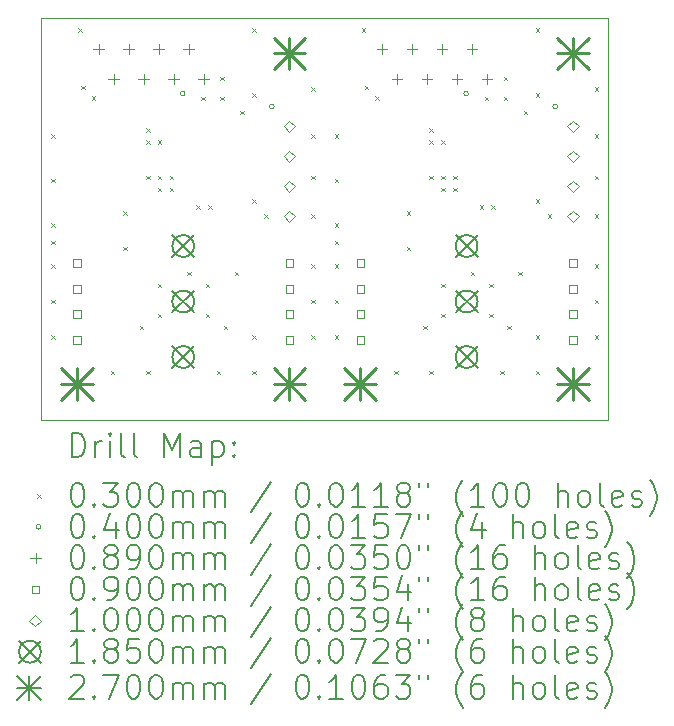
<source format=gbr>
%TF.GenerationSoftware,KiCad,Pcbnew,7.0.10*%
%TF.CreationDate,2025-01-30T23:55:26+01:00*%
%TF.ProjectId,DoublePanel_MouseBites,446f7562-6c65-4506-916e-656c5f4d6f75,rev?*%
%TF.SameCoordinates,Original*%
%TF.FileFunction,Drillmap*%
%TF.FilePolarity,Positive*%
%FSLAX45Y45*%
G04 Gerber Fmt 4.5, Leading zero omitted, Abs format (unit mm)*
G04 Created by KiCad (PCBNEW 7.0.10) date 2025-01-30 23:55:26*
%MOMM*%
%LPD*%
G01*
G04 APERTURE LIST*
%ADD10C,0.100000*%
%ADD11C,0.200000*%
%ADD12C,0.185000*%
%ADD13C,0.270000*%
G04 APERTURE END LIST*
D10*
X12450611Y-2000000D02*
X12450110Y-2000012D01*
X17249890Y-2000012D02*
X17249389Y-2000000D01*
X17250000Y-2000611D02*
X17249988Y-2000110D01*
X17250000Y-5399386D02*
X17250000Y-2000614D01*
X12450110Y-5399988D02*
X12450611Y-5400000D01*
X17249389Y-5400000D02*
X17249890Y-5399988D01*
X17249386Y-2000000D02*
X12450614Y-2000000D01*
X12450012Y-2000110D02*
X12450000Y-2000611D01*
X12450000Y-2000614D02*
X12450000Y-5399386D01*
X12450000Y-5399389D02*
X12450012Y-5399890D01*
X17249988Y-5399890D02*
X17250000Y-5399389D01*
X12450614Y-5400000D02*
X17249386Y-5400000D01*
D11*
D10*
X12535000Y-2985000D02*
X12565000Y-3015000D01*
X12565000Y-2985000D02*
X12535000Y-3015000D01*
X12535000Y-3360000D02*
X12565000Y-3390000D01*
X12565000Y-3360000D02*
X12535000Y-3390000D01*
X12535000Y-3735000D02*
X12565000Y-3765000D01*
X12565000Y-3735000D02*
X12535000Y-3765000D01*
X12535000Y-3885000D02*
X12565000Y-3915000D01*
X12565000Y-3885000D02*
X12535000Y-3915000D01*
X12535000Y-4085000D02*
X12565000Y-4115000D01*
X12565000Y-4085000D02*
X12535000Y-4115000D01*
X12535000Y-4385000D02*
X12565000Y-4415000D01*
X12565000Y-4385000D02*
X12535000Y-4415000D01*
X12535000Y-4685000D02*
X12565000Y-4715000D01*
X12565000Y-4685000D02*
X12535000Y-4715000D01*
X12760000Y-2085000D02*
X12790000Y-2115000D01*
X12790000Y-2085000D02*
X12760000Y-2115000D01*
X12788500Y-2574800D02*
X12818500Y-2604800D01*
X12818500Y-2574800D02*
X12788500Y-2604800D01*
X12877400Y-2663700D02*
X12907400Y-2693700D01*
X12907400Y-2663700D02*
X12877400Y-2693700D01*
X13035000Y-4985000D02*
X13065000Y-5015000D01*
X13065000Y-4985000D02*
X13035000Y-5015000D01*
X13143560Y-3635000D02*
X13173560Y-3665000D01*
X13173560Y-3635000D02*
X13143560Y-3665000D01*
X13143560Y-3935000D02*
X13173560Y-3965000D01*
X13173560Y-3935000D02*
X13143560Y-3965000D01*
X13283800Y-4606800D02*
X13313800Y-4636800D01*
X13313800Y-4606800D02*
X13283800Y-4636800D01*
X13335000Y-2935000D02*
X13365000Y-2965000D01*
X13365000Y-2935000D02*
X13335000Y-2965000D01*
X13335000Y-3035000D02*
X13365000Y-3065000D01*
X13365000Y-3035000D02*
X13335000Y-3065000D01*
X13335000Y-3335000D02*
X13365000Y-3365000D01*
X13365000Y-3335000D02*
X13335000Y-3365000D01*
X13335000Y-4985000D02*
X13365000Y-5015000D01*
X13365000Y-4985000D02*
X13335000Y-5015000D01*
X13435000Y-3035000D02*
X13465000Y-3065000D01*
X13465000Y-3035000D02*
X13435000Y-3065000D01*
X13435000Y-3335000D02*
X13465000Y-3365000D01*
X13465000Y-3335000D02*
X13435000Y-3365000D01*
X13435000Y-3435000D02*
X13465000Y-3465000D01*
X13465000Y-3435000D02*
X13435000Y-3465000D01*
X13436200Y-4251200D02*
X13466200Y-4281200D01*
X13466200Y-4251200D02*
X13436200Y-4281200D01*
X13436200Y-4505200D02*
X13466200Y-4535200D01*
X13466200Y-4505200D02*
X13436200Y-4535200D01*
X13535000Y-3335000D02*
X13565000Y-3365000D01*
X13565000Y-3335000D02*
X13535000Y-3365000D01*
X13537800Y-3438400D02*
X13567800Y-3468400D01*
X13567800Y-3438400D02*
X13537800Y-3468400D01*
X13685000Y-4149600D02*
X13715000Y-4179600D01*
X13715000Y-4149600D02*
X13685000Y-4179600D01*
X13760000Y-3585000D02*
X13790000Y-3615000D01*
X13790000Y-3585000D02*
X13760000Y-3615000D01*
X13805000Y-2665000D02*
X13835000Y-2695000D01*
X13835000Y-2665000D02*
X13805000Y-2695000D01*
X13842600Y-4251200D02*
X13872600Y-4281200D01*
X13872600Y-4251200D02*
X13842600Y-4281200D01*
X13842600Y-4505200D02*
X13872600Y-4535200D01*
X13872600Y-4505200D02*
X13842600Y-4535200D01*
X13860000Y-3585000D02*
X13890000Y-3615000D01*
X13890000Y-3585000D02*
X13860000Y-3615000D01*
X13935000Y-4985000D02*
X13965000Y-5015000D01*
X13965000Y-4985000D02*
X13935000Y-5015000D01*
X13965000Y-2498500D02*
X13995000Y-2528500D01*
X13995000Y-2498500D02*
X13965000Y-2528500D01*
X13965000Y-2665000D02*
X13995000Y-2695000D01*
X13995000Y-2665000D02*
X13965000Y-2695000D01*
X13995000Y-4606800D02*
X14025000Y-4636800D01*
X14025000Y-4606800D02*
X13995000Y-4636800D01*
X14085000Y-4149600D02*
X14115000Y-4179600D01*
X14115000Y-4149600D02*
X14085000Y-4179600D01*
X14135000Y-2785000D02*
X14165000Y-2815000D01*
X14165000Y-2785000D02*
X14135000Y-2815000D01*
X14235000Y-2085000D02*
X14265000Y-2115000D01*
X14265000Y-2085000D02*
X14235000Y-2115000D01*
X14235000Y-2635000D02*
X14265000Y-2665000D01*
X14265000Y-2635000D02*
X14235000Y-2665000D01*
X14235000Y-3535000D02*
X14265000Y-3565000D01*
X14265000Y-3535000D02*
X14235000Y-3565000D01*
X14235000Y-4685000D02*
X14265000Y-4715000D01*
X14265000Y-4685000D02*
X14235000Y-4715000D01*
X14235000Y-4985000D02*
X14265000Y-5015000D01*
X14265000Y-4985000D02*
X14235000Y-5015000D01*
X14335000Y-3660000D02*
X14365000Y-3690000D01*
X14365000Y-3660000D02*
X14335000Y-3690000D01*
X14735000Y-2585000D02*
X14765000Y-2615000D01*
X14765000Y-2585000D02*
X14735000Y-2615000D01*
X14735000Y-2985000D02*
X14765000Y-3015000D01*
X14765000Y-2985000D02*
X14735000Y-3015000D01*
X14735000Y-3335000D02*
X14765000Y-3365000D01*
X14765000Y-3335000D02*
X14735000Y-3365000D01*
X14735000Y-3660000D02*
X14765000Y-3690000D01*
X14765000Y-3660000D02*
X14735000Y-3690000D01*
X14735000Y-4085000D02*
X14765000Y-4115000D01*
X14765000Y-4085000D02*
X14735000Y-4115000D01*
X14735000Y-4385000D02*
X14765000Y-4415000D01*
X14765000Y-4385000D02*
X14735000Y-4415000D01*
X14735000Y-4685000D02*
X14765000Y-4715000D01*
X14765000Y-4685000D02*
X14735000Y-4715000D01*
X14935000Y-2985000D02*
X14965000Y-3015000D01*
X14965000Y-2985000D02*
X14935000Y-3015000D01*
X14935000Y-3360000D02*
X14965000Y-3390000D01*
X14965000Y-3360000D02*
X14935000Y-3390000D01*
X14935000Y-3735000D02*
X14965000Y-3765000D01*
X14965000Y-3735000D02*
X14935000Y-3765000D01*
X14935000Y-3885000D02*
X14965000Y-3915000D01*
X14965000Y-3885000D02*
X14935000Y-3915000D01*
X14935000Y-4085000D02*
X14965000Y-4115000D01*
X14965000Y-4085000D02*
X14935000Y-4115000D01*
X14935000Y-4385000D02*
X14965000Y-4415000D01*
X14965000Y-4385000D02*
X14935000Y-4415000D01*
X14935000Y-4685000D02*
X14965000Y-4715000D01*
X14965000Y-4685000D02*
X14935000Y-4715000D01*
X15160000Y-2085000D02*
X15190000Y-2115000D01*
X15190000Y-2085000D02*
X15160000Y-2115000D01*
X15188500Y-2574800D02*
X15218500Y-2604800D01*
X15218500Y-2574800D02*
X15188500Y-2604800D01*
X15277400Y-2663700D02*
X15307400Y-2693700D01*
X15307400Y-2663700D02*
X15277400Y-2693700D01*
X15435000Y-4985000D02*
X15465000Y-5015000D01*
X15465000Y-4985000D02*
X15435000Y-5015000D01*
X15543560Y-3635000D02*
X15573560Y-3665000D01*
X15573560Y-3635000D02*
X15543560Y-3665000D01*
X15543560Y-3935000D02*
X15573560Y-3965000D01*
X15573560Y-3935000D02*
X15543560Y-3965000D01*
X15683800Y-4606800D02*
X15713800Y-4636800D01*
X15713800Y-4606800D02*
X15683800Y-4636800D01*
X15735000Y-2935000D02*
X15765000Y-2965000D01*
X15765000Y-2935000D02*
X15735000Y-2965000D01*
X15735000Y-3035000D02*
X15765000Y-3065000D01*
X15765000Y-3035000D02*
X15735000Y-3065000D01*
X15735000Y-3335000D02*
X15765000Y-3365000D01*
X15765000Y-3335000D02*
X15735000Y-3365000D01*
X15735000Y-4985000D02*
X15765000Y-5015000D01*
X15765000Y-4985000D02*
X15735000Y-5015000D01*
X15835000Y-3035000D02*
X15865000Y-3065000D01*
X15865000Y-3035000D02*
X15835000Y-3065000D01*
X15835000Y-3335000D02*
X15865000Y-3365000D01*
X15865000Y-3335000D02*
X15835000Y-3365000D01*
X15835000Y-3435000D02*
X15865000Y-3465000D01*
X15865000Y-3435000D02*
X15835000Y-3465000D01*
X15836200Y-4251200D02*
X15866200Y-4281200D01*
X15866200Y-4251200D02*
X15836200Y-4281200D01*
X15836200Y-4505200D02*
X15866200Y-4535200D01*
X15866200Y-4505200D02*
X15836200Y-4535200D01*
X15935000Y-3335000D02*
X15965000Y-3365000D01*
X15965000Y-3335000D02*
X15935000Y-3365000D01*
X15937800Y-3438400D02*
X15967800Y-3468400D01*
X15967800Y-3438400D02*
X15937800Y-3468400D01*
X16085000Y-4149600D02*
X16115000Y-4179600D01*
X16115000Y-4149600D02*
X16085000Y-4179600D01*
X16160000Y-3585000D02*
X16190000Y-3615000D01*
X16190000Y-3585000D02*
X16160000Y-3615000D01*
X16205000Y-2665000D02*
X16235000Y-2695000D01*
X16235000Y-2665000D02*
X16205000Y-2695000D01*
X16242600Y-4251200D02*
X16272600Y-4281200D01*
X16272600Y-4251200D02*
X16242600Y-4281200D01*
X16242600Y-4505200D02*
X16272600Y-4535200D01*
X16272600Y-4505200D02*
X16242600Y-4535200D01*
X16260000Y-3585000D02*
X16290000Y-3615000D01*
X16290000Y-3585000D02*
X16260000Y-3615000D01*
X16335000Y-4985000D02*
X16365000Y-5015000D01*
X16365000Y-4985000D02*
X16335000Y-5015000D01*
X16365000Y-2498500D02*
X16395000Y-2528500D01*
X16395000Y-2498500D02*
X16365000Y-2528500D01*
X16365000Y-2665000D02*
X16395000Y-2695000D01*
X16395000Y-2665000D02*
X16365000Y-2695000D01*
X16395000Y-4606800D02*
X16425000Y-4636800D01*
X16425000Y-4606800D02*
X16395000Y-4636800D01*
X16485000Y-4149600D02*
X16515000Y-4179600D01*
X16515000Y-4149600D02*
X16485000Y-4179600D01*
X16535000Y-2785000D02*
X16565000Y-2815000D01*
X16565000Y-2785000D02*
X16535000Y-2815000D01*
X16635000Y-2085000D02*
X16665000Y-2115000D01*
X16665000Y-2085000D02*
X16635000Y-2115000D01*
X16635000Y-2635000D02*
X16665000Y-2665000D01*
X16665000Y-2635000D02*
X16635000Y-2665000D01*
X16635000Y-3535000D02*
X16665000Y-3565000D01*
X16665000Y-3535000D02*
X16635000Y-3565000D01*
X16635000Y-4685000D02*
X16665000Y-4715000D01*
X16665000Y-4685000D02*
X16635000Y-4715000D01*
X16635000Y-4985000D02*
X16665000Y-5015000D01*
X16665000Y-4985000D02*
X16635000Y-5015000D01*
X16735000Y-3660000D02*
X16765000Y-3690000D01*
X16765000Y-3660000D02*
X16735000Y-3690000D01*
X17135000Y-2585000D02*
X17165000Y-2615000D01*
X17165000Y-2585000D02*
X17135000Y-2615000D01*
X17135000Y-2985000D02*
X17165000Y-3015000D01*
X17165000Y-2985000D02*
X17135000Y-3015000D01*
X17135000Y-3335000D02*
X17165000Y-3365000D01*
X17165000Y-3335000D02*
X17135000Y-3365000D01*
X17135000Y-3660000D02*
X17165000Y-3690000D01*
X17165000Y-3660000D02*
X17135000Y-3690000D01*
X17135000Y-4085000D02*
X17165000Y-4115000D01*
X17165000Y-4085000D02*
X17135000Y-4115000D01*
X17135000Y-4385000D02*
X17165000Y-4415000D01*
X17165000Y-4385000D02*
X17135000Y-4415000D01*
X17135000Y-4685000D02*
X17165000Y-4715000D01*
X17165000Y-4685000D02*
X17135000Y-4715000D01*
X13665000Y-2639896D02*
G75*
G03*
X13625000Y-2639896I-20000J0D01*
G01*
X13625000Y-2639896D02*
G75*
G03*
X13665000Y-2639896I20000J0D01*
G01*
X14420000Y-2750000D02*
G75*
G03*
X14380000Y-2750000I-20000J0D01*
G01*
X14380000Y-2750000D02*
G75*
G03*
X14420000Y-2750000I20000J0D01*
G01*
X16065000Y-2639896D02*
G75*
G03*
X16025000Y-2639896I-20000J0D01*
G01*
X16025000Y-2639896D02*
G75*
G03*
X16065000Y-2639896I20000J0D01*
G01*
X16820000Y-2750000D02*
G75*
G03*
X16780000Y-2750000I-20000J0D01*
G01*
X16780000Y-2750000D02*
G75*
G03*
X16820000Y-2750000I20000J0D01*
G01*
X12934000Y-2216500D02*
X12934000Y-2305500D01*
X12889500Y-2261000D02*
X12978500Y-2261000D01*
X13061000Y-2470500D02*
X13061000Y-2559500D01*
X13016500Y-2515000D02*
X13105500Y-2515000D01*
X13188000Y-2216500D02*
X13188000Y-2305500D01*
X13143500Y-2261000D02*
X13232500Y-2261000D01*
X13315000Y-2470500D02*
X13315000Y-2559500D01*
X13270500Y-2515000D02*
X13359500Y-2515000D01*
X13442000Y-2216500D02*
X13442000Y-2305500D01*
X13397500Y-2261000D02*
X13486500Y-2261000D01*
X13569000Y-2470500D02*
X13569000Y-2559500D01*
X13524500Y-2515000D02*
X13613500Y-2515000D01*
X13696000Y-2216500D02*
X13696000Y-2305500D01*
X13651500Y-2261000D02*
X13740500Y-2261000D01*
X13823000Y-2470500D02*
X13823000Y-2559500D01*
X13778500Y-2515000D02*
X13867500Y-2515000D01*
X15334000Y-2216500D02*
X15334000Y-2305500D01*
X15289500Y-2261000D02*
X15378500Y-2261000D01*
X15461000Y-2470500D02*
X15461000Y-2559500D01*
X15416500Y-2515000D02*
X15505500Y-2515000D01*
X15588000Y-2216500D02*
X15588000Y-2305500D01*
X15543500Y-2261000D02*
X15632500Y-2261000D01*
X15715000Y-2470500D02*
X15715000Y-2559500D01*
X15670500Y-2515000D02*
X15759500Y-2515000D01*
X15842000Y-2216500D02*
X15842000Y-2305500D01*
X15797500Y-2261000D02*
X15886500Y-2261000D01*
X15969000Y-2470500D02*
X15969000Y-2559500D01*
X15924500Y-2515000D02*
X16013500Y-2515000D01*
X16096000Y-2216500D02*
X16096000Y-2305500D01*
X16051500Y-2261000D02*
X16140500Y-2261000D01*
X16223000Y-2470500D02*
X16223000Y-2559500D01*
X16178500Y-2515000D02*
X16267500Y-2515000D01*
X12781820Y-4107970D02*
X12781820Y-4044330D01*
X12718180Y-4044330D01*
X12718180Y-4107970D01*
X12781820Y-4107970D01*
X12781820Y-4323870D02*
X12781820Y-4260230D01*
X12718180Y-4260230D01*
X12718180Y-4323870D01*
X12781820Y-4323870D01*
X12781820Y-4539770D02*
X12781820Y-4476130D01*
X12718180Y-4476130D01*
X12718180Y-4539770D01*
X12781820Y-4539770D01*
X12781820Y-4755670D02*
X12781820Y-4692030D01*
X12718180Y-4692030D01*
X12718180Y-4755670D01*
X12781820Y-4755670D01*
X14581820Y-4107970D02*
X14581820Y-4044330D01*
X14518180Y-4044330D01*
X14518180Y-4107970D01*
X14581820Y-4107970D01*
X14581820Y-4323870D02*
X14581820Y-4260230D01*
X14518180Y-4260230D01*
X14518180Y-4323870D01*
X14581820Y-4323870D01*
X14581820Y-4539770D02*
X14581820Y-4476130D01*
X14518180Y-4476130D01*
X14518180Y-4539770D01*
X14581820Y-4539770D01*
X14581820Y-4755670D02*
X14581820Y-4692030D01*
X14518180Y-4692030D01*
X14518180Y-4755670D01*
X14581820Y-4755670D01*
X15181820Y-4107970D02*
X15181820Y-4044330D01*
X15118180Y-4044330D01*
X15118180Y-4107970D01*
X15181820Y-4107970D01*
X15181820Y-4323870D02*
X15181820Y-4260230D01*
X15118180Y-4260230D01*
X15118180Y-4323870D01*
X15181820Y-4323870D01*
X15181820Y-4539770D02*
X15181820Y-4476130D01*
X15118180Y-4476130D01*
X15118180Y-4539770D01*
X15181820Y-4539770D01*
X15181820Y-4755670D02*
X15181820Y-4692030D01*
X15118180Y-4692030D01*
X15118180Y-4755670D01*
X15181820Y-4755670D01*
X16981820Y-4107970D02*
X16981820Y-4044330D01*
X16918180Y-4044330D01*
X16918180Y-4107970D01*
X16981820Y-4107970D01*
X16981820Y-4323870D02*
X16981820Y-4260230D01*
X16918180Y-4260230D01*
X16918180Y-4323870D01*
X16981820Y-4323870D01*
X16981820Y-4539770D02*
X16981820Y-4476130D01*
X16918180Y-4476130D01*
X16918180Y-4539770D01*
X16981820Y-4539770D01*
X16981820Y-4755670D02*
X16981820Y-4692030D01*
X16918180Y-4692030D01*
X16918180Y-4755670D01*
X16981820Y-4755670D01*
X14550000Y-2968000D02*
X14600000Y-2918000D01*
X14550000Y-2868000D01*
X14500000Y-2918000D01*
X14550000Y-2968000D01*
X14550000Y-3222000D02*
X14600000Y-3172000D01*
X14550000Y-3122000D01*
X14500000Y-3172000D01*
X14550000Y-3222000D01*
X14550000Y-3476000D02*
X14600000Y-3426000D01*
X14550000Y-3376000D01*
X14500000Y-3426000D01*
X14550000Y-3476000D01*
X14550000Y-3730000D02*
X14600000Y-3680000D01*
X14550000Y-3630000D01*
X14500000Y-3680000D01*
X14550000Y-3730000D01*
X16950000Y-2968000D02*
X17000000Y-2918000D01*
X16950000Y-2868000D01*
X16900000Y-2918000D01*
X16950000Y-2968000D01*
X16950000Y-3222000D02*
X17000000Y-3172000D01*
X16950000Y-3122000D01*
X16900000Y-3172000D01*
X16950000Y-3222000D01*
X16950000Y-3476000D02*
X17000000Y-3426000D01*
X16950000Y-3376000D01*
X16900000Y-3426000D01*
X16950000Y-3476000D01*
X16950000Y-3730000D02*
X17000000Y-3680000D01*
X16950000Y-3630000D01*
X16900000Y-3680000D01*
X16950000Y-3730000D01*
D12*
X13557500Y-3837500D02*
X13742500Y-4022500D01*
X13742500Y-3837500D02*
X13557500Y-4022500D01*
X13742500Y-3930000D02*
G75*
G03*
X13557500Y-3930000I-92500J0D01*
G01*
X13557500Y-3930000D02*
G75*
G03*
X13742500Y-3930000I92500J0D01*
G01*
X13557500Y-4307500D02*
X13742500Y-4492500D01*
X13742500Y-4307500D02*
X13557500Y-4492500D01*
X13742500Y-4400000D02*
G75*
G03*
X13557500Y-4400000I-92500J0D01*
G01*
X13557500Y-4400000D02*
G75*
G03*
X13742500Y-4400000I92500J0D01*
G01*
X13557500Y-4777500D02*
X13742500Y-4962500D01*
X13742500Y-4777500D02*
X13557500Y-4962500D01*
X13742500Y-4870000D02*
G75*
G03*
X13557500Y-4870000I-92500J0D01*
G01*
X13557500Y-4870000D02*
G75*
G03*
X13742500Y-4870000I92500J0D01*
G01*
X15957500Y-3837500D02*
X16142500Y-4022500D01*
X16142500Y-3837500D02*
X15957500Y-4022500D01*
X16142500Y-3930000D02*
G75*
G03*
X15957500Y-3930000I-92500J0D01*
G01*
X15957500Y-3930000D02*
G75*
G03*
X16142500Y-3930000I92500J0D01*
G01*
X15957500Y-4307500D02*
X16142500Y-4492500D01*
X16142500Y-4307500D02*
X15957500Y-4492500D01*
X16142500Y-4400000D02*
G75*
G03*
X15957500Y-4400000I-92500J0D01*
G01*
X15957500Y-4400000D02*
G75*
G03*
X16142500Y-4400000I92500J0D01*
G01*
X15957500Y-4777500D02*
X16142500Y-4962500D01*
X16142500Y-4777500D02*
X15957500Y-4962500D01*
X16142500Y-4870000D02*
G75*
G03*
X15957500Y-4870000I-92500J0D01*
G01*
X15957500Y-4870000D02*
G75*
G03*
X16142500Y-4870000I92500J0D01*
G01*
D13*
X12615000Y-4965000D02*
X12885000Y-5235000D01*
X12885000Y-4965000D02*
X12615000Y-5235000D01*
X12750000Y-4965000D02*
X12750000Y-5235000D01*
X12615000Y-5100000D02*
X12885000Y-5100000D01*
X14415000Y-2165000D02*
X14685000Y-2435000D01*
X14685000Y-2165000D02*
X14415000Y-2435000D01*
X14550000Y-2165000D02*
X14550000Y-2435000D01*
X14415000Y-2300000D02*
X14685000Y-2300000D01*
X14415000Y-4965000D02*
X14685000Y-5235000D01*
X14685000Y-4965000D02*
X14415000Y-5235000D01*
X14550000Y-4965000D02*
X14550000Y-5235000D01*
X14415000Y-5100000D02*
X14685000Y-5100000D01*
X15015000Y-4965000D02*
X15285000Y-5235000D01*
X15285000Y-4965000D02*
X15015000Y-5235000D01*
X15150000Y-4965000D02*
X15150000Y-5235000D01*
X15015000Y-5100000D02*
X15285000Y-5100000D01*
X16815000Y-2165000D02*
X17085000Y-2435000D01*
X17085000Y-2165000D02*
X16815000Y-2435000D01*
X16950000Y-2165000D02*
X16950000Y-2435000D01*
X16815000Y-2300000D02*
X17085000Y-2300000D01*
X16815000Y-4965000D02*
X17085000Y-5235000D01*
X17085000Y-4965000D02*
X16815000Y-5235000D01*
X16950000Y-4965000D02*
X16950000Y-5235000D01*
X16815000Y-5100000D02*
X17085000Y-5100000D01*
D11*
X12705777Y-5716484D02*
X12705777Y-5516484D01*
X12705777Y-5516484D02*
X12753396Y-5516484D01*
X12753396Y-5516484D02*
X12781967Y-5526008D01*
X12781967Y-5526008D02*
X12801015Y-5545055D01*
X12801015Y-5545055D02*
X12810539Y-5564103D01*
X12810539Y-5564103D02*
X12820062Y-5602198D01*
X12820062Y-5602198D02*
X12820062Y-5630769D01*
X12820062Y-5630769D02*
X12810539Y-5668865D01*
X12810539Y-5668865D02*
X12801015Y-5687912D01*
X12801015Y-5687912D02*
X12781967Y-5706960D01*
X12781967Y-5706960D02*
X12753396Y-5716484D01*
X12753396Y-5716484D02*
X12705777Y-5716484D01*
X12905777Y-5716484D02*
X12905777Y-5583150D01*
X12905777Y-5621246D02*
X12915301Y-5602198D01*
X12915301Y-5602198D02*
X12924824Y-5592674D01*
X12924824Y-5592674D02*
X12943872Y-5583150D01*
X12943872Y-5583150D02*
X12962920Y-5583150D01*
X13029586Y-5716484D02*
X13029586Y-5583150D01*
X13029586Y-5516484D02*
X13020062Y-5526008D01*
X13020062Y-5526008D02*
X13029586Y-5535531D01*
X13029586Y-5535531D02*
X13039110Y-5526008D01*
X13039110Y-5526008D02*
X13029586Y-5516484D01*
X13029586Y-5516484D02*
X13029586Y-5535531D01*
X13153396Y-5716484D02*
X13134348Y-5706960D01*
X13134348Y-5706960D02*
X13124824Y-5687912D01*
X13124824Y-5687912D02*
X13124824Y-5516484D01*
X13258158Y-5716484D02*
X13239110Y-5706960D01*
X13239110Y-5706960D02*
X13229586Y-5687912D01*
X13229586Y-5687912D02*
X13229586Y-5516484D01*
X13486729Y-5716484D02*
X13486729Y-5516484D01*
X13486729Y-5516484D02*
X13553396Y-5659341D01*
X13553396Y-5659341D02*
X13620062Y-5516484D01*
X13620062Y-5516484D02*
X13620062Y-5716484D01*
X13801015Y-5716484D02*
X13801015Y-5611722D01*
X13801015Y-5611722D02*
X13791491Y-5592674D01*
X13791491Y-5592674D02*
X13772443Y-5583150D01*
X13772443Y-5583150D02*
X13734348Y-5583150D01*
X13734348Y-5583150D02*
X13715301Y-5592674D01*
X13801015Y-5706960D02*
X13781967Y-5716484D01*
X13781967Y-5716484D02*
X13734348Y-5716484D01*
X13734348Y-5716484D02*
X13715301Y-5706960D01*
X13715301Y-5706960D02*
X13705777Y-5687912D01*
X13705777Y-5687912D02*
X13705777Y-5668865D01*
X13705777Y-5668865D02*
X13715301Y-5649817D01*
X13715301Y-5649817D02*
X13734348Y-5640293D01*
X13734348Y-5640293D02*
X13781967Y-5640293D01*
X13781967Y-5640293D02*
X13801015Y-5630769D01*
X13896253Y-5583150D02*
X13896253Y-5783150D01*
X13896253Y-5592674D02*
X13915301Y-5583150D01*
X13915301Y-5583150D02*
X13953396Y-5583150D01*
X13953396Y-5583150D02*
X13972443Y-5592674D01*
X13972443Y-5592674D02*
X13981967Y-5602198D01*
X13981967Y-5602198D02*
X13991491Y-5621246D01*
X13991491Y-5621246D02*
X13991491Y-5678388D01*
X13991491Y-5678388D02*
X13981967Y-5697436D01*
X13981967Y-5697436D02*
X13972443Y-5706960D01*
X13972443Y-5706960D02*
X13953396Y-5716484D01*
X13953396Y-5716484D02*
X13915301Y-5716484D01*
X13915301Y-5716484D02*
X13896253Y-5706960D01*
X14077205Y-5697436D02*
X14086729Y-5706960D01*
X14086729Y-5706960D02*
X14077205Y-5716484D01*
X14077205Y-5716484D02*
X14067682Y-5706960D01*
X14067682Y-5706960D02*
X14077205Y-5697436D01*
X14077205Y-5697436D02*
X14077205Y-5716484D01*
X14077205Y-5592674D02*
X14086729Y-5602198D01*
X14086729Y-5602198D02*
X14077205Y-5611722D01*
X14077205Y-5611722D02*
X14067682Y-5602198D01*
X14067682Y-5602198D02*
X14077205Y-5592674D01*
X14077205Y-5592674D02*
X14077205Y-5611722D01*
D10*
X12415000Y-6030000D02*
X12445000Y-6060000D01*
X12445000Y-6030000D02*
X12415000Y-6060000D01*
D11*
X12743872Y-5936484D02*
X12762920Y-5936484D01*
X12762920Y-5936484D02*
X12781967Y-5946008D01*
X12781967Y-5946008D02*
X12791491Y-5955531D01*
X12791491Y-5955531D02*
X12801015Y-5974579D01*
X12801015Y-5974579D02*
X12810539Y-6012674D01*
X12810539Y-6012674D02*
X12810539Y-6060293D01*
X12810539Y-6060293D02*
X12801015Y-6098388D01*
X12801015Y-6098388D02*
X12791491Y-6117436D01*
X12791491Y-6117436D02*
X12781967Y-6126960D01*
X12781967Y-6126960D02*
X12762920Y-6136484D01*
X12762920Y-6136484D02*
X12743872Y-6136484D01*
X12743872Y-6136484D02*
X12724824Y-6126960D01*
X12724824Y-6126960D02*
X12715301Y-6117436D01*
X12715301Y-6117436D02*
X12705777Y-6098388D01*
X12705777Y-6098388D02*
X12696253Y-6060293D01*
X12696253Y-6060293D02*
X12696253Y-6012674D01*
X12696253Y-6012674D02*
X12705777Y-5974579D01*
X12705777Y-5974579D02*
X12715301Y-5955531D01*
X12715301Y-5955531D02*
X12724824Y-5946008D01*
X12724824Y-5946008D02*
X12743872Y-5936484D01*
X12896253Y-6117436D02*
X12905777Y-6126960D01*
X12905777Y-6126960D02*
X12896253Y-6136484D01*
X12896253Y-6136484D02*
X12886729Y-6126960D01*
X12886729Y-6126960D02*
X12896253Y-6117436D01*
X12896253Y-6117436D02*
X12896253Y-6136484D01*
X12972443Y-5936484D02*
X13096253Y-5936484D01*
X13096253Y-5936484D02*
X13029586Y-6012674D01*
X13029586Y-6012674D02*
X13058158Y-6012674D01*
X13058158Y-6012674D02*
X13077205Y-6022198D01*
X13077205Y-6022198D02*
X13086729Y-6031722D01*
X13086729Y-6031722D02*
X13096253Y-6050769D01*
X13096253Y-6050769D02*
X13096253Y-6098388D01*
X13096253Y-6098388D02*
X13086729Y-6117436D01*
X13086729Y-6117436D02*
X13077205Y-6126960D01*
X13077205Y-6126960D02*
X13058158Y-6136484D01*
X13058158Y-6136484D02*
X13001015Y-6136484D01*
X13001015Y-6136484D02*
X12981967Y-6126960D01*
X12981967Y-6126960D02*
X12972443Y-6117436D01*
X13220062Y-5936484D02*
X13239110Y-5936484D01*
X13239110Y-5936484D02*
X13258158Y-5946008D01*
X13258158Y-5946008D02*
X13267682Y-5955531D01*
X13267682Y-5955531D02*
X13277205Y-5974579D01*
X13277205Y-5974579D02*
X13286729Y-6012674D01*
X13286729Y-6012674D02*
X13286729Y-6060293D01*
X13286729Y-6060293D02*
X13277205Y-6098388D01*
X13277205Y-6098388D02*
X13267682Y-6117436D01*
X13267682Y-6117436D02*
X13258158Y-6126960D01*
X13258158Y-6126960D02*
X13239110Y-6136484D01*
X13239110Y-6136484D02*
X13220062Y-6136484D01*
X13220062Y-6136484D02*
X13201015Y-6126960D01*
X13201015Y-6126960D02*
X13191491Y-6117436D01*
X13191491Y-6117436D02*
X13181967Y-6098388D01*
X13181967Y-6098388D02*
X13172443Y-6060293D01*
X13172443Y-6060293D02*
X13172443Y-6012674D01*
X13172443Y-6012674D02*
X13181967Y-5974579D01*
X13181967Y-5974579D02*
X13191491Y-5955531D01*
X13191491Y-5955531D02*
X13201015Y-5946008D01*
X13201015Y-5946008D02*
X13220062Y-5936484D01*
X13410539Y-5936484D02*
X13429586Y-5936484D01*
X13429586Y-5936484D02*
X13448634Y-5946008D01*
X13448634Y-5946008D02*
X13458158Y-5955531D01*
X13458158Y-5955531D02*
X13467682Y-5974579D01*
X13467682Y-5974579D02*
X13477205Y-6012674D01*
X13477205Y-6012674D02*
X13477205Y-6060293D01*
X13477205Y-6060293D02*
X13467682Y-6098388D01*
X13467682Y-6098388D02*
X13458158Y-6117436D01*
X13458158Y-6117436D02*
X13448634Y-6126960D01*
X13448634Y-6126960D02*
X13429586Y-6136484D01*
X13429586Y-6136484D02*
X13410539Y-6136484D01*
X13410539Y-6136484D02*
X13391491Y-6126960D01*
X13391491Y-6126960D02*
X13381967Y-6117436D01*
X13381967Y-6117436D02*
X13372443Y-6098388D01*
X13372443Y-6098388D02*
X13362920Y-6060293D01*
X13362920Y-6060293D02*
X13362920Y-6012674D01*
X13362920Y-6012674D02*
X13372443Y-5974579D01*
X13372443Y-5974579D02*
X13381967Y-5955531D01*
X13381967Y-5955531D02*
X13391491Y-5946008D01*
X13391491Y-5946008D02*
X13410539Y-5936484D01*
X13562920Y-6136484D02*
X13562920Y-6003150D01*
X13562920Y-6022198D02*
X13572443Y-6012674D01*
X13572443Y-6012674D02*
X13591491Y-6003150D01*
X13591491Y-6003150D02*
X13620063Y-6003150D01*
X13620063Y-6003150D02*
X13639110Y-6012674D01*
X13639110Y-6012674D02*
X13648634Y-6031722D01*
X13648634Y-6031722D02*
X13648634Y-6136484D01*
X13648634Y-6031722D02*
X13658158Y-6012674D01*
X13658158Y-6012674D02*
X13677205Y-6003150D01*
X13677205Y-6003150D02*
X13705777Y-6003150D01*
X13705777Y-6003150D02*
X13724824Y-6012674D01*
X13724824Y-6012674D02*
X13734348Y-6031722D01*
X13734348Y-6031722D02*
X13734348Y-6136484D01*
X13829586Y-6136484D02*
X13829586Y-6003150D01*
X13829586Y-6022198D02*
X13839110Y-6012674D01*
X13839110Y-6012674D02*
X13858158Y-6003150D01*
X13858158Y-6003150D02*
X13886729Y-6003150D01*
X13886729Y-6003150D02*
X13905777Y-6012674D01*
X13905777Y-6012674D02*
X13915301Y-6031722D01*
X13915301Y-6031722D02*
X13915301Y-6136484D01*
X13915301Y-6031722D02*
X13924824Y-6012674D01*
X13924824Y-6012674D02*
X13943872Y-6003150D01*
X13943872Y-6003150D02*
X13972443Y-6003150D01*
X13972443Y-6003150D02*
X13991491Y-6012674D01*
X13991491Y-6012674D02*
X14001015Y-6031722D01*
X14001015Y-6031722D02*
X14001015Y-6136484D01*
X14391491Y-5926960D02*
X14220063Y-6184103D01*
X14648634Y-5936484D02*
X14667682Y-5936484D01*
X14667682Y-5936484D02*
X14686729Y-5946008D01*
X14686729Y-5946008D02*
X14696253Y-5955531D01*
X14696253Y-5955531D02*
X14705777Y-5974579D01*
X14705777Y-5974579D02*
X14715301Y-6012674D01*
X14715301Y-6012674D02*
X14715301Y-6060293D01*
X14715301Y-6060293D02*
X14705777Y-6098388D01*
X14705777Y-6098388D02*
X14696253Y-6117436D01*
X14696253Y-6117436D02*
X14686729Y-6126960D01*
X14686729Y-6126960D02*
X14667682Y-6136484D01*
X14667682Y-6136484D02*
X14648634Y-6136484D01*
X14648634Y-6136484D02*
X14629586Y-6126960D01*
X14629586Y-6126960D02*
X14620063Y-6117436D01*
X14620063Y-6117436D02*
X14610539Y-6098388D01*
X14610539Y-6098388D02*
X14601015Y-6060293D01*
X14601015Y-6060293D02*
X14601015Y-6012674D01*
X14601015Y-6012674D02*
X14610539Y-5974579D01*
X14610539Y-5974579D02*
X14620063Y-5955531D01*
X14620063Y-5955531D02*
X14629586Y-5946008D01*
X14629586Y-5946008D02*
X14648634Y-5936484D01*
X14801015Y-6117436D02*
X14810539Y-6126960D01*
X14810539Y-6126960D02*
X14801015Y-6136484D01*
X14801015Y-6136484D02*
X14791491Y-6126960D01*
X14791491Y-6126960D02*
X14801015Y-6117436D01*
X14801015Y-6117436D02*
X14801015Y-6136484D01*
X14934348Y-5936484D02*
X14953396Y-5936484D01*
X14953396Y-5936484D02*
X14972444Y-5946008D01*
X14972444Y-5946008D02*
X14981967Y-5955531D01*
X14981967Y-5955531D02*
X14991491Y-5974579D01*
X14991491Y-5974579D02*
X15001015Y-6012674D01*
X15001015Y-6012674D02*
X15001015Y-6060293D01*
X15001015Y-6060293D02*
X14991491Y-6098388D01*
X14991491Y-6098388D02*
X14981967Y-6117436D01*
X14981967Y-6117436D02*
X14972444Y-6126960D01*
X14972444Y-6126960D02*
X14953396Y-6136484D01*
X14953396Y-6136484D02*
X14934348Y-6136484D01*
X14934348Y-6136484D02*
X14915301Y-6126960D01*
X14915301Y-6126960D02*
X14905777Y-6117436D01*
X14905777Y-6117436D02*
X14896253Y-6098388D01*
X14896253Y-6098388D02*
X14886729Y-6060293D01*
X14886729Y-6060293D02*
X14886729Y-6012674D01*
X14886729Y-6012674D02*
X14896253Y-5974579D01*
X14896253Y-5974579D02*
X14905777Y-5955531D01*
X14905777Y-5955531D02*
X14915301Y-5946008D01*
X14915301Y-5946008D02*
X14934348Y-5936484D01*
X15191491Y-6136484D02*
X15077206Y-6136484D01*
X15134348Y-6136484D02*
X15134348Y-5936484D01*
X15134348Y-5936484D02*
X15115301Y-5965055D01*
X15115301Y-5965055D02*
X15096253Y-5984103D01*
X15096253Y-5984103D02*
X15077206Y-5993627D01*
X15381967Y-6136484D02*
X15267682Y-6136484D01*
X15324825Y-6136484D02*
X15324825Y-5936484D01*
X15324825Y-5936484D02*
X15305777Y-5965055D01*
X15305777Y-5965055D02*
X15286729Y-5984103D01*
X15286729Y-5984103D02*
X15267682Y-5993627D01*
X15496253Y-6022198D02*
X15477206Y-6012674D01*
X15477206Y-6012674D02*
X15467682Y-6003150D01*
X15467682Y-6003150D02*
X15458158Y-5984103D01*
X15458158Y-5984103D02*
X15458158Y-5974579D01*
X15458158Y-5974579D02*
X15467682Y-5955531D01*
X15467682Y-5955531D02*
X15477206Y-5946008D01*
X15477206Y-5946008D02*
X15496253Y-5936484D01*
X15496253Y-5936484D02*
X15534348Y-5936484D01*
X15534348Y-5936484D02*
X15553396Y-5946008D01*
X15553396Y-5946008D02*
X15562920Y-5955531D01*
X15562920Y-5955531D02*
X15572444Y-5974579D01*
X15572444Y-5974579D02*
X15572444Y-5984103D01*
X15572444Y-5984103D02*
X15562920Y-6003150D01*
X15562920Y-6003150D02*
X15553396Y-6012674D01*
X15553396Y-6012674D02*
X15534348Y-6022198D01*
X15534348Y-6022198D02*
X15496253Y-6022198D01*
X15496253Y-6022198D02*
X15477206Y-6031722D01*
X15477206Y-6031722D02*
X15467682Y-6041246D01*
X15467682Y-6041246D02*
X15458158Y-6060293D01*
X15458158Y-6060293D02*
X15458158Y-6098388D01*
X15458158Y-6098388D02*
X15467682Y-6117436D01*
X15467682Y-6117436D02*
X15477206Y-6126960D01*
X15477206Y-6126960D02*
X15496253Y-6136484D01*
X15496253Y-6136484D02*
X15534348Y-6136484D01*
X15534348Y-6136484D02*
X15553396Y-6126960D01*
X15553396Y-6126960D02*
X15562920Y-6117436D01*
X15562920Y-6117436D02*
X15572444Y-6098388D01*
X15572444Y-6098388D02*
X15572444Y-6060293D01*
X15572444Y-6060293D02*
X15562920Y-6041246D01*
X15562920Y-6041246D02*
X15553396Y-6031722D01*
X15553396Y-6031722D02*
X15534348Y-6022198D01*
X15648634Y-5936484D02*
X15648634Y-5974579D01*
X15724825Y-5936484D02*
X15724825Y-5974579D01*
X16020063Y-6212674D02*
X16010539Y-6203150D01*
X16010539Y-6203150D02*
X15991491Y-6174579D01*
X15991491Y-6174579D02*
X15981968Y-6155531D01*
X15981968Y-6155531D02*
X15972444Y-6126960D01*
X15972444Y-6126960D02*
X15962920Y-6079341D01*
X15962920Y-6079341D02*
X15962920Y-6041246D01*
X15962920Y-6041246D02*
X15972444Y-5993627D01*
X15972444Y-5993627D02*
X15981968Y-5965055D01*
X15981968Y-5965055D02*
X15991491Y-5946008D01*
X15991491Y-5946008D02*
X16010539Y-5917436D01*
X16010539Y-5917436D02*
X16020063Y-5907912D01*
X16201015Y-6136484D02*
X16086729Y-6136484D01*
X16143872Y-6136484D02*
X16143872Y-5936484D01*
X16143872Y-5936484D02*
X16124825Y-5965055D01*
X16124825Y-5965055D02*
X16105777Y-5984103D01*
X16105777Y-5984103D02*
X16086729Y-5993627D01*
X16324825Y-5936484D02*
X16343872Y-5936484D01*
X16343872Y-5936484D02*
X16362920Y-5946008D01*
X16362920Y-5946008D02*
X16372444Y-5955531D01*
X16372444Y-5955531D02*
X16381968Y-5974579D01*
X16381968Y-5974579D02*
X16391491Y-6012674D01*
X16391491Y-6012674D02*
X16391491Y-6060293D01*
X16391491Y-6060293D02*
X16381968Y-6098388D01*
X16381968Y-6098388D02*
X16372444Y-6117436D01*
X16372444Y-6117436D02*
X16362920Y-6126960D01*
X16362920Y-6126960D02*
X16343872Y-6136484D01*
X16343872Y-6136484D02*
X16324825Y-6136484D01*
X16324825Y-6136484D02*
X16305777Y-6126960D01*
X16305777Y-6126960D02*
X16296253Y-6117436D01*
X16296253Y-6117436D02*
X16286729Y-6098388D01*
X16286729Y-6098388D02*
X16277206Y-6060293D01*
X16277206Y-6060293D02*
X16277206Y-6012674D01*
X16277206Y-6012674D02*
X16286729Y-5974579D01*
X16286729Y-5974579D02*
X16296253Y-5955531D01*
X16296253Y-5955531D02*
X16305777Y-5946008D01*
X16305777Y-5946008D02*
X16324825Y-5936484D01*
X16515301Y-5936484D02*
X16534349Y-5936484D01*
X16534349Y-5936484D02*
X16553396Y-5946008D01*
X16553396Y-5946008D02*
X16562920Y-5955531D01*
X16562920Y-5955531D02*
X16572444Y-5974579D01*
X16572444Y-5974579D02*
X16581968Y-6012674D01*
X16581968Y-6012674D02*
X16581968Y-6060293D01*
X16581968Y-6060293D02*
X16572444Y-6098388D01*
X16572444Y-6098388D02*
X16562920Y-6117436D01*
X16562920Y-6117436D02*
X16553396Y-6126960D01*
X16553396Y-6126960D02*
X16534349Y-6136484D01*
X16534349Y-6136484D02*
X16515301Y-6136484D01*
X16515301Y-6136484D02*
X16496253Y-6126960D01*
X16496253Y-6126960D02*
X16486729Y-6117436D01*
X16486729Y-6117436D02*
X16477206Y-6098388D01*
X16477206Y-6098388D02*
X16467682Y-6060293D01*
X16467682Y-6060293D02*
X16467682Y-6012674D01*
X16467682Y-6012674D02*
X16477206Y-5974579D01*
X16477206Y-5974579D02*
X16486729Y-5955531D01*
X16486729Y-5955531D02*
X16496253Y-5946008D01*
X16496253Y-5946008D02*
X16515301Y-5936484D01*
X16820063Y-6136484D02*
X16820063Y-5936484D01*
X16905777Y-6136484D02*
X16905777Y-6031722D01*
X16905777Y-6031722D02*
X16896253Y-6012674D01*
X16896253Y-6012674D02*
X16877206Y-6003150D01*
X16877206Y-6003150D02*
X16848634Y-6003150D01*
X16848634Y-6003150D02*
X16829587Y-6012674D01*
X16829587Y-6012674D02*
X16820063Y-6022198D01*
X17029587Y-6136484D02*
X17010539Y-6126960D01*
X17010539Y-6126960D02*
X17001015Y-6117436D01*
X17001015Y-6117436D02*
X16991492Y-6098388D01*
X16991492Y-6098388D02*
X16991492Y-6041246D01*
X16991492Y-6041246D02*
X17001015Y-6022198D01*
X17001015Y-6022198D02*
X17010539Y-6012674D01*
X17010539Y-6012674D02*
X17029587Y-6003150D01*
X17029587Y-6003150D02*
X17058158Y-6003150D01*
X17058158Y-6003150D02*
X17077206Y-6012674D01*
X17077206Y-6012674D02*
X17086730Y-6022198D01*
X17086730Y-6022198D02*
X17096253Y-6041246D01*
X17096253Y-6041246D02*
X17096253Y-6098388D01*
X17096253Y-6098388D02*
X17086730Y-6117436D01*
X17086730Y-6117436D02*
X17077206Y-6126960D01*
X17077206Y-6126960D02*
X17058158Y-6136484D01*
X17058158Y-6136484D02*
X17029587Y-6136484D01*
X17210539Y-6136484D02*
X17191492Y-6126960D01*
X17191492Y-6126960D02*
X17181968Y-6107912D01*
X17181968Y-6107912D02*
X17181968Y-5936484D01*
X17362920Y-6126960D02*
X17343873Y-6136484D01*
X17343873Y-6136484D02*
X17305777Y-6136484D01*
X17305777Y-6136484D02*
X17286730Y-6126960D01*
X17286730Y-6126960D02*
X17277206Y-6107912D01*
X17277206Y-6107912D02*
X17277206Y-6031722D01*
X17277206Y-6031722D02*
X17286730Y-6012674D01*
X17286730Y-6012674D02*
X17305777Y-6003150D01*
X17305777Y-6003150D02*
X17343873Y-6003150D01*
X17343873Y-6003150D02*
X17362920Y-6012674D01*
X17362920Y-6012674D02*
X17372444Y-6031722D01*
X17372444Y-6031722D02*
X17372444Y-6050769D01*
X17372444Y-6050769D02*
X17277206Y-6069817D01*
X17448634Y-6126960D02*
X17467682Y-6136484D01*
X17467682Y-6136484D02*
X17505777Y-6136484D01*
X17505777Y-6136484D02*
X17524825Y-6126960D01*
X17524825Y-6126960D02*
X17534349Y-6107912D01*
X17534349Y-6107912D02*
X17534349Y-6098388D01*
X17534349Y-6098388D02*
X17524825Y-6079341D01*
X17524825Y-6079341D02*
X17505777Y-6069817D01*
X17505777Y-6069817D02*
X17477206Y-6069817D01*
X17477206Y-6069817D02*
X17458158Y-6060293D01*
X17458158Y-6060293D02*
X17448634Y-6041246D01*
X17448634Y-6041246D02*
X17448634Y-6031722D01*
X17448634Y-6031722D02*
X17458158Y-6012674D01*
X17458158Y-6012674D02*
X17477206Y-6003150D01*
X17477206Y-6003150D02*
X17505777Y-6003150D01*
X17505777Y-6003150D02*
X17524825Y-6012674D01*
X17601015Y-6212674D02*
X17610539Y-6203150D01*
X17610539Y-6203150D02*
X17629587Y-6174579D01*
X17629587Y-6174579D02*
X17639111Y-6155531D01*
X17639111Y-6155531D02*
X17648634Y-6126960D01*
X17648634Y-6126960D02*
X17658158Y-6079341D01*
X17658158Y-6079341D02*
X17658158Y-6041246D01*
X17658158Y-6041246D02*
X17648634Y-5993627D01*
X17648634Y-5993627D02*
X17639111Y-5965055D01*
X17639111Y-5965055D02*
X17629587Y-5946008D01*
X17629587Y-5946008D02*
X17610539Y-5917436D01*
X17610539Y-5917436D02*
X17601015Y-5907912D01*
D10*
X12445000Y-6309000D02*
G75*
G03*
X12405000Y-6309000I-20000J0D01*
G01*
X12405000Y-6309000D02*
G75*
G03*
X12445000Y-6309000I20000J0D01*
G01*
D11*
X12743872Y-6200484D02*
X12762920Y-6200484D01*
X12762920Y-6200484D02*
X12781967Y-6210008D01*
X12781967Y-6210008D02*
X12791491Y-6219531D01*
X12791491Y-6219531D02*
X12801015Y-6238579D01*
X12801015Y-6238579D02*
X12810539Y-6276674D01*
X12810539Y-6276674D02*
X12810539Y-6324293D01*
X12810539Y-6324293D02*
X12801015Y-6362388D01*
X12801015Y-6362388D02*
X12791491Y-6381436D01*
X12791491Y-6381436D02*
X12781967Y-6390960D01*
X12781967Y-6390960D02*
X12762920Y-6400484D01*
X12762920Y-6400484D02*
X12743872Y-6400484D01*
X12743872Y-6400484D02*
X12724824Y-6390960D01*
X12724824Y-6390960D02*
X12715301Y-6381436D01*
X12715301Y-6381436D02*
X12705777Y-6362388D01*
X12705777Y-6362388D02*
X12696253Y-6324293D01*
X12696253Y-6324293D02*
X12696253Y-6276674D01*
X12696253Y-6276674D02*
X12705777Y-6238579D01*
X12705777Y-6238579D02*
X12715301Y-6219531D01*
X12715301Y-6219531D02*
X12724824Y-6210008D01*
X12724824Y-6210008D02*
X12743872Y-6200484D01*
X12896253Y-6381436D02*
X12905777Y-6390960D01*
X12905777Y-6390960D02*
X12896253Y-6400484D01*
X12896253Y-6400484D02*
X12886729Y-6390960D01*
X12886729Y-6390960D02*
X12896253Y-6381436D01*
X12896253Y-6381436D02*
X12896253Y-6400484D01*
X13077205Y-6267150D02*
X13077205Y-6400484D01*
X13029586Y-6190960D02*
X12981967Y-6333817D01*
X12981967Y-6333817D02*
X13105777Y-6333817D01*
X13220062Y-6200484D02*
X13239110Y-6200484D01*
X13239110Y-6200484D02*
X13258158Y-6210008D01*
X13258158Y-6210008D02*
X13267682Y-6219531D01*
X13267682Y-6219531D02*
X13277205Y-6238579D01*
X13277205Y-6238579D02*
X13286729Y-6276674D01*
X13286729Y-6276674D02*
X13286729Y-6324293D01*
X13286729Y-6324293D02*
X13277205Y-6362388D01*
X13277205Y-6362388D02*
X13267682Y-6381436D01*
X13267682Y-6381436D02*
X13258158Y-6390960D01*
X13258158Y-6390960D02*
X13239110Y-6400484D01*
X13239110Y-6400484D02*
X13220062Y-6400484D01*
X13220062Y-6400484D02*
X13201015Y-6390960D01*
X13201015Y-6390960D02*
X13191491Y-6381436D01*
X13191491Y-6381436D02*
X13181967Y-6362388D01*
X13181967Y-6362388D02*
X13172443Y-6324293D01*
X13172443Y-6324293D02*
X13172443Y-6276674D01*
X13172443Y-6276674D02*
X13181967Y-6238579D01*
X13181967Y-6238579D02*
X13191491Y-6219531D01*
X13191491Y-6219531D02*
X13201015Y-6210008D01*
X13201015Y-6210008D02*
X13220062Y-6200484D01*
X13410539Y-6200484D02*
X13429586Y-6200484D01*
X13429586Y-6200484D02*
X13448634Y-6210008D01*
X13448634Y-6210008D02*
X13458158Y-6219531D01*
X13458158Y-6219531D02*
X13467682Y-6238579D01*
X13467682Y-6238579D02*
X13477205Y-6276674D01*
X13477205Y-6276674D02*
X13477205Y-6324293D01*
X13477205Y-6324293D02*
X13467682Y-6362388D01*
X13467682Y-6362388D02*
X13458158Y-6381436D01*
X13458158Y-6381436D02*
X13448634Y-6390960D01*
X13448634Y-6390960D02*
X13429586Y-6400484D01*
X13429586Y-6400484D02*
X13410539Y-6400484D01*
X13410539Y-6400484D02*
X13391491Y-6390960D01*
X13391491Y-6390960D02*
X13381967Y-6381436D01*
X13381967Y-6381436D02*
X13372443Y-6362388D01*
X13372443Y-6362388D02*
X13362920Y-6324293D01*
X13362920Y-6324293D02*
X13362920Y-6276674D01*
X13362920Y-6276674D02*
X13372443Y-6238579D01*
X13372443Y-6238579D02*
X13381967Y-6219531D01*
X13381967Y-6219531D02*
X13391491Y-6210008D01*
X13391491Y-6210008D02*
X13410539Y-6200484D01*
X13562920Y-6400484D02*
X13562920Y-6267150D01*
X13562920Y-6286198D02*
X13572443Y-6276674D01*
X13572443Y-6276674D02*
X13591491Y-6267150D01*
X13591491Y-6267150D02*
X13620063Y-6267150D01*
X13620063Y-6267150D02*
X13639110Y-6276674D01*
X13639110Y-6276674D02*
X13648634Y-6295722D01*
X13648634Y-6295722D02*
X13648634Y-6400484D01*
X13648634Y-6295722D02*
X13658158Y-6276674D01*
X13658158Y-6276674D02*
X13677205Y-6267150D01*
X13677205Y-6267150D02*
X13705777Y-6267150D01*
X13705777Y-6267150D02*
X13724824Y-6276674D01*
X13724824Y-6276674D02*
X13734348Y-6295722D01*
X13734348Y-6295722D02*
X13734348Y-6400484D01*
X13829586Y-6400484D02*
X13829586Y-6267150D01*
X13829586Y-6286198D02*
X13839110Y-6276674D01*
X13839110Y-6276674D02*
X13858158Y-6267150D01*
X13858158Y-6267150D02*
X13886729Y-6267150D01*
X13886729Y-6267150D02*
X13905777Y-6276674D01*
X13905777Y-6276674D02*
X13915301Y-6295722D01*
X13915301Y-6295722D02*
X13915301Y-6400484D01*
X13915301Y-6295722D02*
X13924824Y-6276674D01*
X13924824Y-6276674D02*
X13943872Y-6267150D01*
X13943872Y-6267150D02*
X13972443Y-6267150D01*
X13972443Y-6267150D02*
X13991491Y-6276674D01*
X13991491Y-6276674D02*
X14001015Y-6295722D01*
X14001015Y-6295722D02*
X14001015Y-6400484D01*
X14391491Y-6190960D02*
X14220063Y-6448103D01*
X14648634Y-6200484D02*
X14667682Y-6200484D01*
X14667682Y-6200484D02*
X14686729Y-6210008D01*
X14686729Y-6210008D02*
X14696253Y-6219531D01*
X14696253Y-6219531D02*
X14705777Y-6238579D01*
X14705777Y-6238579D02*
X14715301Y-6276674D01*
X14715301Y-6276674D02*
X14715301Y-6324293D01*
X14715301Y-6324293D02*
X14705777Y-6362388D01*
X14705777Y-6362388D02*
X14696253Y-6381436D01*
X14696253Y-6381436D02*
X14686729Y-6390960D01*
X14686729Y-6390960D02*
X14667682Y-6400484D01*
X14667682Y-6400484D02*
X14648634Y-6400484D01*
X14648634Y-6400484D02*
X14629586Y-6390960D01*
X14629586Y-6390960D02*
X14620063Y-6381436D01*
X14620063Y-6381436D02*
X14610539Y-6362388D01*
X14610539Y-6362388D02*
X14601015Y-6324293D01*
X14601015Y-6324293D02*
X14601015Y-6276674D01*
X14601015Y-6276674D02*
X14610539Y-6238579D01*
X14610539Y-6238579D02*
X14620063Y-6219531D01*
X14620063Y-6219531D02*
X14629586Y-6210008D01*
X14629586Y-6210008D02*
X14648634Y-6200484D01*
X14801015Y-6381436D02*
X14810539Y-6390960D01*
X14810539Y-6390960D02*
X14801015Y-6400484D01*
X14801015Y-6400484D02*
X14791491Y-6390960D01*
X14791491Y-6390960D02*
X14801015Y-6381436D01*
X14801015Y-6381436D02*
X14801015Y-6400484D01*
X14934348Y-6200484D02*
X14953396Y-6200484D01*
X14953396Y-6200484D02*
X14972444Y-6210008D01*
X14972444Y-6210008D02*
X14981967Y-6219531D01*
X14981967Y-6219531D02*
X14991491Y-6238579D01*
X14991491Y-6238579D02*
X15001015Y-6276674D01*
X15001015Y-6276674D02*
X15001015Y-6324293D01*
X15001015Y-6324293D02*
X14991491Y-6362388D01*
X14991491Y-6362388D02*
X14981967Y-6381436D01*
X14981967Y-6381436D02*
X14972444Y-6390960D01*
X14972444Y-6390960D02*
X14953396Y-6400484D01*
X14953396Y-6400484D02*
X14934348Y-6400484D01*
X14934348Y-6400484D02*
X14915301Y-6390960D01*
X14915301Y-6390960D02*
X14905777Y-6381436D01*
X14905777Y-6381436D02*
X14896253Y-6362388D01*
X14896253Y-6362388D02*
X14886729Y-6324293D01*
X14886729Y-6324293D02*
X14886729Y-6276674D01*
X14886729Y-6276674D02*
X14896253Y-6238579D01*
X14896253Y-6238579D02*
X14905777Y-6219531D01*
X14905777Y-6219531D02*
X14915301Y-6210008D01*
X14915301Y-6210008D02*
X14934348Y-6200484D01*
X15191491Y-6400484D02*
X15077206Y-6400484D01*
X15134348Y-6400484D02*
X15134348Y-6200484D01*
X15134348Y-6200484D02*
X15115301Y-6229055D01*
X15115301Y-6229055D02*
X15096253Y-6248103D01*
X15096253Y-6248103D02*
X15077206Y-6257627D01*
X15372444Y-6200484D02*
X15277206Y-6200484D01*
X15277206Y-6200484D02*
X15267682Y-6295722D01*
X15267682Y-6295722D02*
X15277206Y-6286198D01*
X15277206Y-6286198D02*
X15296253Y-6276674D01*
X15296253Y-6276674D02*
X15343872Y-6276674D01*
X15343872Y-6276674D02*
X15362920Y-6286198D01*
X15362920Y-6286198D02*
X15372444Y-6295722D01*
X15372444Y-6295722D02*
X15381967Y-6314769D01*
X15381967Y-6314769D02*
X15381967Y-6362388D01*
X15381967Y-6362388D02*
X15372444Y-6381436D01*
X15372444Y-6381436D02*
X15362920Y-6390960D01*
X15362920Y-6390960D02*
X15343872Y-6400484D01*
X15343872Y-6400484D02*
X15296253Y-6400484D01*
X15296253Y-6400484D02*
X15277206Y-6390960D01*
X15277206Y-6390960D02*
X15267682Y-6381436D01*
X15448634Y-6200484D02*
X15581967Y-6200484D01*
X15581967Y-6200484D02*
X15496253Y-6400484D01*
X15648634Y-6200484D02*
X15648634Y-6238579D01*
X15724825Y-6200484D02*
X15724825Y-6238579D01*
X16020063Y-6476674D02*
X16010539Y-6467150D01*
X16010539Y-6467150D02*
X15991491Y-6438579D01*
X15991491Y-6438579D02*
X15981968Y-6419531D01*
X15981968Y-6419531D02*
X15972444Y-6390960D01*
X15972444Y-6390960D02*
X15962920Y-6343341D01*
X15962920Y-6343341D02*
X15962920Y-6305246D01*
X15962920Y-6305246D02*
X15972444Y-6257627D01*
X15972444Y-6257627D02*
X15981968Y-6229055D01*
X15981968Y-6229055D02*
X15991491Y-6210008D01*
X15991491Y-6210008D02*
X16010539Y-6181436D01*
X16010539Y-6181436D02*
X16020063Y-6171912D01*
X16181968Y-6267150D02*
X16181968Y-6400484D01*
X16134348Y-6190960D02*
X16086729Y-6333817D01*
X16086729Y-6333817D02*
X16210539Y-6333817D01*
X16439110Y-6400484D02*
X16439110Y-6200484D01*
X16524825Y-6400484D02*
X16524825Y-6295722D01*
X16524825Y-6295722D02*
X16515301Y-6276674D01*
X16515301Y-6276674D02*
X16496253Y-6267150D01*
X16496253Y-6267150D02*
X16467682Y-6267150D01*
X16467682Y-6267150D02*
X16448634Y-6276674D01*
X16448634Y-6276674D02*
X16439110Y-6286198D01*
X16648634Y-6400484D02*
X16629587Y-6390960D01*
X16629587Y-6390960D02*
X16620063Y-6381436D01*
X16620063Y-6381436D02*
X16610539Y-6362388D01*
X16610539Y-6362388D02*
X16610539Y-6305246D01*
X16610539Y-6305246D02*
X16620063Y-6286198D01*
X16620063Y-6286198D02*
X16629587Y-6276674D01*
X16629587Y-6276674D02*
X16648634Y-6267150D01*
X16648634Y-6267150D02*
X16677206Y-6267150D01*
X16677206Y-6267150D02*
X16696253Y-6276674D01*
X16696253Y-6276674D02*
X16705777Y-6286198D01*
X16705777Y-6286198D02*
X16715301Y-6305246D01*
X16715301Y-6305246D02*
X16715301Y-6362388D01*
X16715301Y-6362388D02*
X16705777Y-6381436D01*
X16705777Y-6381436D02*
X16696253Y-6390960D01*
X16696253Y-6390960D02*
X16677206Y-6400484D01*
X16677206Y-6400484D02*
X16648634Y-6400484D01*
X16829587Y-6400484D02*
X16810539Y-6390960D01*
X16810539Y-6390960D02*
X16801015Y-6371912D01*
X16801015Y-6371912D02*
X16801015Y-6200484D01*
X16981968Y-6390960D02*
X16962920Y-6400484D01*
X16962920Y-6400484D02*
X16924825Y-6400484D01*
X16924825Y-6400484D02*
X16905777Y-6390960D01*
X16905777Y-6390960D02*
X16896253Y-6371912D01*
X16896253Y-6371912D02*
X16896253Y-6295722D01*
X16896253Y-6295722D02*
X16905777Y-6276674D01*
X16905777Y-6276674D02*
X16924825Y-6267150D01*
X16924825Y-6267150D02*
X16962920Y-6267150D01*
X16962920Y-6267150D02*
X16981968Y-6276674D01*
X16981968Y-6276674D02*
X16991492Y-6295722D01*
X16991492Y-6295722D02*
X16991492Y-6314769D01*
X16991492Y-6314769D02*
X16896253Y-6333817D01*
X17067682Y-6390960D02*
X17086730Y-6400484D01*
X17086730Y-6400484D02*
X17124825Y-6400484D01*
X17124825Y-6400484D02*
X17143873Y-6390960D01*
X17143873Y-6390960D02*
X17153396Y-6371912D01*
X17153396Y-6371912D02*
X17153396Y-6362388D01*
X17153396Y-6362388D02*
X17143873Y-6343341D01*
X17143873Y-6343341D02*
X17124825Y-6333817D01*
X17124825Y-6333817D02*
X17096253Y-6333817D01*
X17096253Y-6333817D02*
X17077206Y-6324293D01*
X17077206Y-6324293D02*
X17067682Y-6305246D01*
X17067682Y-6305246D02*
X17067682Y-6295722D01*
X17067682Y-6295722D02*
X17077206Y-6276674D01*
X17077206Y-6276674D02*
X17096253Y-6267150D01*
X17096253Y-6267150D02*
X17124825Y-6267150D01*
X17124825Y-6267150D02*
X17143873Y-6276674D01*
X17220063Y-6476674D02*
X17229587Y-6467150D01*
X17229587Y-6467150D02*
X17248634Y-6438579D01*
X17248634Y-6438579D02*
X17258158Y-6419531D01*
X17258158Y-6419531D02*
X17267682Y-6390960D01*
X17267682Y-6390960D02*
X17277206Y-6343341D01*
X17277206Y-6343341D02*
X17277206Y-6305246D01*
X17277206Y-6305246D02*
X17267682Y-6257627D01*
X17267682Y-6257627D02*
X17258158Y-6229055D01*
X17258158Y-6229055D02*
X17248634Y-6210008D01*
X17248634Y-6210008D02*
X17229587Y-6181436D01*
X17229587Y-6181436D02*
X17220063Y-6171912D01*
D10*
X12400500Y-6528500D02*
X12400500Y-6617500D01*
X12356000Y-6573000D02*
X12445000Y-6573000D01*
D11*
X12743872Y-6464484D02*
X12762920Y-6464484D01*
X12762920Y-6464484D02*
X12781967Y-6474008D01*
X12781967Y-6474008D02*
X12791491Y-6483531D01*
X12791491Y-6483531D02*
X12801015Y-6502579D01*
X12801015Y-6502579D02*
X12810539Y-6540674D01*
X12810539Y-6540674D02*
X12810539Y-6588293D01*
X12810539Y-6588293D02*
X12801015Y-6626388D01*
X12801015Y-6626388D02*
X12791491Y-6645436D01*
X12791491Y-6645436D02*
X12781967Y-6654960D01*
X12781967Y-6654960D02*
X12762920Y-6664484D01*
X12762920Y-6664484D02*
X12743872Y-6664484D01*
X12743872Y-6664484D02*
X12724824Y-6654960D01*
X12724824Y-6654960D02*
X12715301Y-6645436D01*
X12715301Y-6645436D02*
X12705777Y-6626388D01*
X12705777Y-6626388D02*
X12696253Y-6588293D01*
X12696253Y-6588293D02*
X12696253Y-6540674D01*
X12696253Y-6540674D02*
X12705777Y-6502579D01*
X12705777Y-6502579D02*
X12715301Y-6483531D01*
X12715301Y-6483531D02*
X12724824Y-6474008D01*
X12724824Y-6474008D02*
X12743872Y-6464484D01*
X12896253Y-6645436D02*
X12905777Y-6654960D01*
X12905777Y-6654960D02*
X12896253Y-6664484D01*
X12896253Y-6664484D02*
X12886729Y-6654960D01*
X12886729Y-6654960D02*
X12896253Y-6645436D01*
X12896253Y-6645436D02*
X12896253Y-6664484D01*
X13020062Y-6550198D02*
X13001015Y-6540674D01*
X13001015Y-6540674D02*
X12991491Y-6531150D01*
X12991491Y-6531150D02*
X12981967Y-6512103D01*
X12981967Y-6512103D02*
X12981967Y-6502579D01*
X12981967Y-6502579D02*
X12991491Y-6483531D01*
X12991491Y-6483531D02*
X13001015Y-6474008D01*
X13001015Y-6474008D02*
X13020062Y-6464484D01*
X13020062Y-6464484D02*
X13058158Y-6464484D01*
X13058158Y-6464484D02*
X13077205Y-6474008D01*
X13077205Y-6474008D02*
X13086729Y-6483531D01*
X13086729Y-6483531D02*
X13096253Y-6502579D01*
X13096253Y-6502579D02*
X13096253Y-6512103D01*
X13096253Y-6512103D02*
X13086729Y-6531150D01*
X13086729Y-6531150D02*
X13077205Y-6540674D01*
X13077205Y-6540674D02*
X13058158Y-6550198D01*
X13058158Y-6550198D02*
X13020062Y-6550198D01*
X13020062Y-6550198D02*
X13001015Y-6559722D01*
X13001015Y-6559722D02*
X12991491Y-6569246D01*
X12991491Y-6569246D02*
X12981967Y-6588293D01*
X12981967Y-6588293D02*
X12981967Y-6626388D01*
X12981967Y-6626388D02*
X12991491Y-6645436D01*
X12991491Y-6645436D02*
X13001015Y-6654960D01*
X13001015Y-6654960D02*
X13020062Y-6664484D01*
X13020062Y-6664484D02*
X13058158Y-6664484D01*
X13058158Y-6664484D02*
X13077205Y-6654960D01*
X13077205Y-6654960D02*
X13086729Y-6645436D01*
X13086729Y-6645436D02*
X13096253Y-6626388D01*
X13096253Y-6626388D02*
X13096253Y-6588293D01*
X13096253Y-6588293D02*
X13086729Y-6569246D01*
X13086729Y-6569246D02*
X13077205Y-6559722D01*
X13077205Y-6559722D02*
X13058158Y-6550198D01*
X13191491Y-6664484D02*
X13229586Y-6664484D01*
X13229586Y-6664484D02*
X13248634Y-6654960D01*
X13248634Y-6654960D02*
X13258158Y-6645436D01*
X13258158Y-6645436D02*
X13277205Y-6616865D01*
X13277205Y-6616865D02*
X13286729Y-6578769D01*
X13286729Y-6578769D02*
X13286729Y-6502579D01*
X13286729Y-6502579D02*
X13277205Y-6483531D01*
X13277205Y-6483531D02*
X13267682Y-6474008D01*
X13267682Y-6474008D02*
X13248634Y-6464484D01*
X13248634Y-6464484D02*
X13210539Y-6464484D01*
X13210539Y-6464484D02*
X13191491Y-6474008D01*
X13191491Y-6474008D02*
X13181967Y-6483531D01*
X13181967Y-6483531D02*
X13172443Y-6502579D01*
X13172443Y-6502579D02*
X13172443Y-6550198D01*
X13172443Y-6550198D02*
X13181967Y-6569246D01*
X13181967Y-6569246D02*
X13191491Y-6578769D01*
X13191491Y-6578769D02*
X13210539Y-6588293D01*
X13210539Y-6588293D02*
X13248634Y-6588293D01*
X13248634Y-6588293D02*
X13267682Y-6578769D01*
X13267682Y-6578769D02*
X13277205Y-6569246D01*
X13277205Y-6569246D02*
X13286729Y-6550198D01*
X13410539Y-6464484D02*
X13429586Y-6464484D01*
X13429586Y-6464484D02*
X13448634Y-6474008D01*
X13448634Y-6474008D02*
X13458158Y-6483531D01*
X13458158Y-6483531D02*
X13467682Y-6502579D01*
X13467682Y-6502579D02*
X13477205Y-6540674D01*
X13477205Y-6540674D02*
X13477205Y-6588293D01*
X13477205Y-6588293D02*
X13467682Y-6626388D01*
X13467682Y-6626388D02*
X13458158Y-6645436D01*
X13458158Y-6645436D02*
X13448634Y-6654960D01*
X13448634Y-6654960D02*
X13429586Y-6664484D01*
X13429586Y-6664484D02*
X13410539Y-6664484D01*
X13410539Y-6664484D02*
X13391491Y-6654960D01*
X13391491Y-6654960D02*
X13381967Y-6645436D01*
X13381967Y-6645436D02*
X13372443Y-6626388D01*
X13372443Y-6626388D02*
X13362920Y-6588293D01*
X13362920Y-6588293D02*
X13362920Y-6540674D01*
X13362920Y-6540674D02*
X13372443Y-6502579D01*
X13372443Y-6502579D02*
X13381967Y-6483531D01*
X13381967Y-6483531D02*
X13391491Y-6474008D01*
X13391491Y-6474008D02*
X13410539Y-6464484D01*
X13562920Y-6664484D02*
X13562920Y-6531150D01*
X13562920Y-6550198D02*
X13572443Y-6540674D01*
X13572443Y-6540674D02*
X13591491Y-6531150D01*
X13591491Y-6531150D02*
X13620063Y-6531150D01*
X13620063Y-6531150D02*
X13639110Y-6540674D01*
X13639110Y-6540674D02*
X13648634Y-6559722D01*
X13648634Y-6559722D02*
X13648634Y-6664484D01*
X13648634Y-6559722D02*
X13658158Y-6540674D01*
X13658158Y-6540674D02*
X13677205Y-6531150D01*
X13677205Y-6531150D02*
X13705777Y-6531150D01*
X13705777Y-6531150D02*
X13724824Y-6540674D01*
X13724824Y-6540674D02*
X13734348Y-6559722D01*
X13734348Y-6559722D02*
X13734348Y-6664484D01*
X13829586Y-6664484D02*
X13829586Y-6531150D01*
X13829586Y-6550198D02*
X13839110Y-6540674D01*
X13839110Y-6540674D02*
X13858158Y-6531150D01*
X13858158Y-6531150D02*
X13886729Y-6531150D01*
X13886729Y-6531150D02*
X13905777Y-6540674D01*
X13905777Y-6540674D02*
X13915301Y-6559722D01*
X13915301Y-6559722D02*
X13915301Y-6664484D01*
X13915301Y-6559722D02*
X13924824Y-6540674D01*
X13924824Y-6540674D02*
X13943872Y-6531150D01*
X13943872Y-6531150D02*
X13972443Y-6531150D01*
X13972443Y-6531150D02*
X13991491Y-6540674D01*
X13991491Y-6540674D02*
X14001015Y-6559722D01*
X14001015Y-6559722D02*
X14001015Y-6664484D01*
X14391491Y-6454960D02*
X14220063Y-6712103D01*
X14648634Y-6464484D02*
X14667682Y-6464484D01*
X14667682Y-6464484D02*
X14686729Y-6474008D01*
X14686729Y-6474008D02*
X14696253Y-6483531D01*
X14696253Y-6483531D02*
X14705777Y-6502579D01*
X14705777Y-6502579D02*
X14715301Y-6540674D01*
X14715301Y-6540674D02*
X14715301Y-6588293D01*
X14715301Y-6588293D02*
X14705777Y-6626388D01*
X14705777Y-6626388D02*
X14696253Y-6645436D01*
X14696253Y-6645436D02*
X14686729Y-6654960D01*
X14686729Y-6654960D02*
X14667682Y-6664484D01*
X14667682Y-6664484D02*
X14648634Y-6664484D01*
X14648634Y-6664484D02*
X14629586Y-6654960D01*
X14629586Y-6654960D02*
X14620063Y-6645436D01*
X14620063Y-6645436D02*
X14610539Y-6626388D01*
X14610539Y-6626388D02*
X14601015Y-6588293D01*
X14601015Y-6588293D02*
X14601015Y-6540674D01*
X14601015Y-6540674D02*
X14610539Y-6502579D01*
X14610539Y-6502579D02*
X14620063Y-6483531D01*
X14620063Y-6483531D02*
X14629586Y-6474008D01*
X14629586Y-6474008D02*
X14648634Y-6464484D01*
X14801015Y-6645436D02*
X14810539Y-6654960D01*
X14810539Y-6654960D02*
X14801015Y-6664484D01*
X14801015Y-6664484D02*
X14791491Y-6654960D01*
X14791491Y-6654960D02*
X14801015Y-6645436D01*
X14801015Y-6645436D02*
X14801015Y-6664484D01*
X14934348Y-6464484D02*
X14953396Y-6464484D01*
X14953396Y-6464484D02*
X14972444Y-6474008D01*
X14972444Y-6474008D02*
X14981967Y-6483531D01*
X14981967Y-6483531D02*
X14991491Y-6502579D01*
X14991491Y-6502579D02*
X15001015Y-6540674D01*
X15001015Y-6540674D02*
X15001015Y-6588293D01*
X15001015Y-6588293D02*
X14991491Y-6626388D01*
X14991491Y-6626388D02*
X14981967Y-6645436D01*
X14981967Y-6645436D02*
X14972444Y-6654960D01*
X14972444Y-6654960D02*
X14953396Y-6664484D01*
X14953396Y-6664484D02*
X14934348Y-6664484D01*
X14934348Y-6664484D02*
X14915301Y-6654960D01*
X14915301Y-6654960D02*
X14905777Y-6645436D01*
X14905777Y-6645436D02*
X14896253Y-6626388D01*
X14896253Y-6626388D02*
X14886729Y-6588293D01*
X14886729Y-6588293D02*
X14886729Y-6540674D01*
X14886729Y-6540674D02*
X14896253Y-6502579D01*
X14896253Y-6502579D02*
X14905777Y-6483531D01*
X14905777Y-6483531D02*
X14915301Y-6474008D01*
X14915301Y-6474008D02*
X14934348Y-6464484D01*
X15067682Y-6464484D02*
X15191491Y-6464484D01*
X15191491Y-6464484D02*
X15124825Y-6540674D01*
X15124825Y-6540674D02*
X15153396Y-6540674D01*
X15153396Y-6540674D02*
X15172444Y-6550198D01*
X15172444Y-6550198D02*
X15181967Y-6559722D01*
X15181967Y-6559722D02*
X15191491Y-6578769D01*
X15191491Y-6578769D02*
X15191491Y-6626388D01*
X15191491Y-6626388D02*
X15181967Y-6645436D01*
X15181967Y-6645436D02*
X15172444Y-6654960D01*
X15172444Y-6654960D02*
X15153396Y-6664484D01*
X15153396Y-6664484D02*
X15096253Y-6664484D01*
X15096253Y-6664484D02*
X15077206Y-6654960D01*
X15077206Y-6654960D02*
X15067682Y-6645436D01*
X15372444Y-6464484D02*
X15277206Y-6464484D01*
X15277206Y-6464484D02*
X15267682Y-6559722D01*
X15267682Y-6559722D02*
X15277206Y-6550198D01*
X15277206Y-6550198D02*
X15296253Y-6540674D01*
X15296253Y-6540674D02*
X15343872Y-6540674D01*
X15343872Y-6540674D02*
X15362920Y-6550198D01*
X15362920Y-6550198D02*
X15372444Y-6559722D01*
X15372444Y-6559722D02*
X15381967Y-6578769D01*
X15381967Y-6578769D02*
X15381967Y-6626388D01*
X15381967Y-6626388D02*
X15372444Y-6645436D01*
X15372444Y-6645436D02*
X15362920Y-6654960D01*
X15362920Y-6654960D02*
X15343872Y-6664484D01*
X15343872Y-6664484D02*
X15296253Y-6664484D01*
X15296253Y-6664484D02*
X15277206Y-6654960D01*
X15277206Y-6654960D02*
X15267682Y-6645436D01*
X15505777Y-6464484D02*
X15524825Y-6464484D01*
X15524825Y-6464484D02*
X15543872Y-6474008D01*
X15543872Y-6474008D02*
X15553396Y-6483531D01*
X15553396Y-6483531D02*
X15562920Y-6502579D01*
X15562920Y-6502579D02*
X15572444Y-6540674D01*
X15572444Y-6540674D02*
X15572444Y-6588293D01*
X15572444Y-6588293D02*
X15562920Y-6626388D01*
X15562920Y-6626388D02*
X15553396Y-6645436D01*
X15553396Y-6645436D02*
X15543872Y-6654960D01*
X15543872Y-6654960D02*
X15524825Y-6664484D01*
X15524825Y-6664484D02*
X15505777Y-6664484D01*
X15505777Y-6664484D02*
X15486729Y-6654960D01*
X15486729Y-6654960D02*
X15477206Y-6645436D01*
X15477206Y-6645436D02*
X15467682Y-6626388D01*
X15467682Y-6626388D02*
X15458158Y-6588293D01*
X15458158Y-6588293D02*
X15458158Y-6540674D01*
X15458158Y-6540674D02*
X15467682Y-6502579D01*
X15467682Y-6502579D02*
X15477206Y-6483531D01*
X15477206Y-6483531D02*
X15486729Y-6474008D01*
X15486729Y-6474008D02*
X15505777Y-6464484D01*
X15648634Y-6464484D02*
X15648634Y-6502579D01*
X15724825Y-6464484D02*
X15724825Y-6502579D01*
X16020063Y-6740674D02*
X16010539Y-6731150D01*
X16010539Y-6731150D02*
X15991491Y-6702579D01*
X15991491Y-6702579D02*
X15981968Y-6683531D01*
X15981968Y-6683531D02*
X15972444Y-6654960D01*
X15972444Y-6654960D02*
X15962920Y-6607341D01*
X15962920Y-6607341D02*
X15962920Y-6569246D01*
X15962920Y-6569246D02*
X15972444Y-6521627D01*
X15972444Y-6521627D02*
X15981968Y-6493055D01*
X15981968Y-6493055D02*
X15991491Y-6474008D01*
X15991491Y-6474008D02*
X16010539Y-6445436D01*
X16010539Y-6445436D02*
X16020063Y-6435912D01*
X16201015Y-6664484D02*
X16086729Y-6664484D01*
X16143872Y-6664484D02*
X16143872Y-6464484D01*
X16143872Y-6464484D02*
X16124825Y-6493055D01*
X16124825Y-6493055D02*
X16105777Y-6512103D01*
X16105777Y-6512103D02*
X16086729Y-6521627D01*
X16372444Y-6464484D02*
X16334348Y-6464484D01*
X16334348Y-6464484D02*
X16315301Y-6474008D01*
X16315301Y-6474008D02*
X16305777Y-6483531D01*
X16305777Y-6483531D02*
X16286729Y-6512103D01*
X16286729Y-6512103D02*
X16277206Y-6550198D01*
X16277206Y-6550198D02*
X16277206Y-6626388D01*
X16277206Y-6626388D02*
X16286729Y-6645436D01*
X16286729Y-6645436D02*
X16296253Y-6654960D01*
X16296253Y-6654960D02*
X16315301Y-6664484D01*
X16315301Y-6664484D02*
X16353396Y-6664484D01*
X16353396Y-6664484D02*
X16372444Y-6654960D01*
X16372444Y-6654960D02*
X16381968Y-6645436D01*
X16381968Y-6645436D02*
X16391491Y-6626388D01*
X16391491Y-6626388D02*
X16391491Y-6578769D01*
X16391491Y-6578769D02*
X16381968Y-6559722D01*
X16381968Y-6559722D02*
X16372444Y-6550198D01*
X16372444Y-6550198D02*
X16353396Y-6540674D01*
X16353396Y-6540674D02*
X16315301Y-6540674D01*
X16315301Y-6540674D02*
X16296253Y-6550198D01*
X16296253Y-6550198D02*
X16286729Y-6559722D01*
X16286729Y-6559722D02*
X16277206Y-6578769D01*
X16629587Y-6664484D02*
X16629587Y-6464484D01*
X16715301Y-6664484D02*
X16715301Y-6559722D01*
X16715301Y-6559722D02*
X16705777Y-6540674D01*
X16705777Y-6540674D02*
X16686730Y-6531150D01*
X16686730Y-6531150D02*
X16658158Y-6531150D01*
X16658158Y-6531150D02*
X16639110Y-6540674D01*
X16639110Y-6540674D02*
X16629587Y-6550198D01*
X16839111Y-6664484D02*
X16820063Y-6654960D01*
X16820063Y-6654960D02*
X16810539Y-6645436D01*
X16810539Y-6645436D02*
X16801015Y-6626388D01*
X16801015Y-6626388D02*
X16801015Y-6569246D01*
X16801015Y-6569246D02*
X16810539Y-6550198D01*
X16810539Y-6550198D02*
X16820063Y-6540674D01*
X16820063Y-6540674D02*
X16839111Y-6531150D01*
X16839111Y-6531150D02*
X16867682Y-6531150D01*
X16867682Y-6531150D02*
X16886730Y-6540674D01*
X16886730Y-6540674D02*
X16896253Y-6550198D01*
X16896253Y-6550198D02*
X16905777Y-6569246D01*
X16905777Y-6569246D02*
X16905777Y-6626388D01*
X16905777Y-6626388D02*
X16896253Y-6645436D01*
X16896253Y-6645436D02*
X16886730Y-6654960D01*
X16886730Y-6654960D02*
X16867682Y-6664484D01*
X16867682Y-6664484D02*
X16839111Y-6664484D01*
X17020063Y-6664484D02*
X17001015Y-6654960D01*
X17001015Y-6654960D02*
X16991492Y-6635912D01*
X16991492Y-6635912D02*
X16991492Y-6464484D01*
X17172444Y-6654960D02*
X17153396Y-6664484D01*
X17153396Y-6664484D02*
X17115301Y-6664484D01*
X17115301Y-6664484D02*
X17096253Y-6654960D01*
X17096253Y-6654960D02*
X17086730Y-6635912D01*
X17086730Y-6635912D02*
X17086730Y-6559722D01*
X17086730Y-6559722D02*
X17096253Y-6540674D01*
X17096253Y-6540674D02*
X17115301Y-6531150D01*
X17115301Y-6531150D02*
X17153396Y-6531150D01*
X17153396Y-6531150D02*
X17172444Y-6540674D01*
X17172444Y-6540674D02*
X17181968Y-6559722D01*
X17181968Y-6559722D02*
X17181968Y-6578769D01*
X17181968Y-6578769D02*
X17086730Y-6597817D01*
X17258158Y-6654960D02*
X17277206Y-6664484D01*
X17277206Y-6664484D02*
X17315301Y-6664484D01*
X17315301Y-6664484D02*
X17334349Y-6654960D01*
X17334349Y-6654960D02*
X17343873Y-6635912D01*
X17343873Y-6635912D02*
X17343873Y-6626388D01*
X17343873Y-6626388D02*
X17334349Y-6607341D01*
X17334349Y-6607341D02*
X17315301Y-6597817D01*
X17315301Y-6597817D02*
X17286730Y-6597817D01*
X17286730Y-6597817D02*
X17267682Y-6588293D01*
X17267682Y-6588293D02*
X17258158Y-6569246D01*
X17258158Y-6569246D02*
X17258158Y-6559722D01*
X17258158Y-6559722D02*
X17267682Y-6540674D01*
X17267682Y-6540674D02*
X17286730Y-6531150D01*
X17286730Y-6531150D02*
X17315301Y-6531150D01*
X17315301Y-6531150D02*
X17334349Y-6540674D01*
X17410539Y-6740674D02*
X17420063Y-6731150D01*
X17420063Y-6731150D02*
X17439111Y-6702579D01*
X17439111Y-6702579D02*
X17448634Y-6683531D01*
X17448634Y-6683531D02*
X17458158Y-6654960D01*
X17458158Y-6654960D02*
X17467682Y-6607341D01*
X17467682Y-6607341D02*
X17467682Y-6569246D01*
X17467682Y-6569246D02*
X17458158Y-6521627D01*
X17458158Y-6521627D02*
X17448634Y-6493055D01*
X17448634Y-6493055D02*
X17439111Y-6474008D01*
X17439111Y-6474008D02*
X17420063Y-6445436D01*
X17420063Y-6445436D02*
X17410539Y-6435912D01*
D10*
X12431820Y-6868820D02*
X12431820Y-6805180D01*
X12368180Y-6805180D01*
X12368180Y-6868820D01*
X12431820Y-6868820D01*
D11*
X12743872Y-6728484D02*
X12762920Y-6728484D01*
X12762920Y-6728484D02*
X12781967Y-6738008D01*
X12781967Y-6738008D02*
X12791491Y-6747531D01*
X12791491Y-6747531D02*
X12801015Y-6766579D01*
X12801015Y-6766579D02*
X12810539Y-6804674D01*
X12810539Y-6804674D02*
X12810539Y-6852293D01*
X12810539Y-6852293D02*
X12801015Y-6890388D01*
X12801015Y-6890388D02*
X12791491Y-6909436D01*
X12791491Y-6909436D02*
X12781967Y-6918960D01*
X12781967Y-6918960D02*
X12762920Y-6928484D01*
X12762920Y-6928484D02*
X12743872Y-6928484D01*
X12743872Y-6928484D02*
X12724824Y-6918960D01*
X12724824Y-6918960D02*
X12715301Y-6909436D01*
X12715301Y-6909436D02*
X12705777Y-6890388D01*
X12705777Y-6890388D02*
X12696253Y-6852293D01*
X12696253Y-6852293D02*
X12696253Y-6804674D01*
X12696253Y-6804674D02*
X12705777Y-6766579D01*
X12705777Y-6766579D02*
X12715301Y-6747531D01*
X12715301Y-6747531D02*
X12724824Y-6738008D01*
X12724824Y-6738008D02*
X12743872Y-6728484D01*
X12896253Y-6909436D02*
X12905777Y-6918960D01*
X12905777Y-6918960D02*
X12896253Y-6928484D01*
X12896253Y-6928484D02*
X12886729Y-6918960D01*
X12886729Y-6918960D02*
X12896253Y-6909436D01*
X12896253Y-6909436D02*
X12896253Y-6928484D01*
X13001015Y-6928484D02*
X13039110Y-6928484D01*
X13039110Y-6928484D02*
X13058158Y-6918960D01*
X13058158Y-6918960D02*
X13067682Y-6909436D01*
X13067682Y-6909436D02*
X13086729Y-6880865D01*
X13086729Y-6880865D02*
X13096253Y-6842769D01*
X13096253Y-6842769D02*
X13096253Y-6766579D01*
X13096253Y-6766579D02*
X13086729Y-6747531D01*
X13086729Y-6747531D02*
X13077205Y-6738008D01*
X13077205Y-6738008D02*
X13058158Y-6728484D01*
X13058158Y-6728484D02*
X13020062Y-6728484D01*
X13020062Y-6728484D02*
X13001015Y-6738008D01*
X13001015Y-6738008D02*
X12991491Y-6747531D01*
X12991491Y-6747531D02*
X12981967Y-6766579D01*
X12981967Y-6766579D02*
X12981967Y-6814198D01*
X12981967Y-6814198D02*
X12991491Y-6833246D01*
X12991491Y-6833246D02*
X13001015Y-6842769D01*
X13001015Y-6842769D02*
X13020062Y-6852293D01*
X13020062Y-6852293D02*
X13058158Y-6852293D01*
X13058158Y-6852293D02*
X13077205Y-6842769D01*
X13077205Y-6842769D02*
X13086729Y-6833246D01*
X13086729Y-6833246D02*
X13096253Y-6814198D01*
X13220062Y-6728484D02*
X13239110Y-6728484D01*
X13239110Y-6728484D02*
X13258158Y-6738008D01*
X13258158Y-6738008D02*
X13267682Y-6747531D01*
X13267682Y-6747531D02*
X13277205Y-6766579D01*
X13277205Y-6766579D02*
X13286729Y-6804674D01*
X13286729Y-6804674D02*
X13286729Y-6852293D01*
X13286729Y-6852293D02*
X13277205Y-6890388D01*
X13277205Y-6890388D02*
X13267682Y-6909436D01*
X13267682Y-6909436D02*
X13258158Y-6918960D01*
X13258158Y-6918960D02*
X13239110Y-6928484D01*
X13239110Y-6928484D02*
X13220062Y-6928484D01*
X13220062Y-6928484D02*
X13201015Y-6918960D01*
X13201015Y-6918960D02*
X13191491Y-6909436D01*
X13191491Y-6909436D02*
X13181967Y-6890388D01*
X13181967Y-6890388D02*
X13172443Y-6852293D01*
X13172443Y-6852293D02*
X13172443Y-6804674D01*
X13172443Y-6804674D02*
X13181967Y-6766579D01*
X13181967Y-6766579D02*
X13191491Y-6747531D01*
X13191491Y-6747531D02*
X13201015Y-6738008D01*
X13201015Y-6738008D02*
X13220062Y-6728484D01*
X13410539Y-6728484D02*
X13429586Y-6728484D01*
X13429586Y-6728484D02*
X13448634Y-6738008D01*
X13448634Y-6738008D02*
X13458158Y-6747531D01*
X13458158Y-6747531D02*
X13467682Y-6766579D01*
X13467682Y-6766579D02*
X13477205Y-6804674D01*
X13477205Y-6804674D02*
X13477205Y-6852293D01*
X13477205Y-6852293D02*
X13467682Y-6890388D01*
X13467682Y-6890388D02*
X13458158Y-6909436D01*
X13458158Y-6909436D02*
X13448634Y-6918960D01*
X13448634Y-6918960D02*
X13429586Y-6928484D01*
X13429586Y-6928484D02*
X13410539Y-6928484D01*
X13410539Y-6928484D02*
X13391491Y-6918960D01*
X13391491Y-6918960D02*
X13381967Y-6909436D01*
X13381967Y-6909436D02*
X13372443Y-6890388D01*
X13372443Y-6890388D02*
X13362920Y-6852293D01*
X13362920Y-6852293D02*
X13362920Y-6804674D01*
X13362920Y-6804674D02*
X13372443Y-6766579D01*
X13372443Y-6766579D02*
X13381967Y-6747531D01*
X13381967Y-6747531D02*
X13391491Y-6738008D01*
X13391491Y-6738008D02*
X13410539Y-6728484D01*
X13562920Y-6928484D02*
X13562920Y-6795150D01*
X13562920Y-6814198D02*
X13572443Y-6804674D01*
X13572443Y-6804674D02*
X13591491Y-6795150D01*
X13591491Y-6795150D02*
X13620063Y-6795150D01*
X13620063Y-6795150D02*
X13639110Y-6804674D01*
X13639110Y-6804674D02*
X13648634Y-6823722D01*
X13648634Y-6823722D02*
X13648634Y-6928484D01*
X13648634Y-6823722D02*
X13658158Y-6804674D01*
X13658158Y-6804674D02*
X13677205Y-6795150D01*
X13677205Y-6795150D02*
X13705777Y-6795150D01*
X13705777Y-6795150D02*
X13724824Y-6804674D01*
X13724824Y-6804674D02*
X13734348Y-6823722D01*
X13734348Y-6823722D02*
X13734348Y-6928484D01*
X13829586Y-6928484D02*
X13829586Y-6795150D01*
X13829586Y-6814198D02*
X13839110Y-6804674D01*
X13839110Y-6804674D02*
X13858158Y-6795150D01*
X13858158Y-6795150D02*
X13886729Y-6795150D01*
X13886729Y-6795150D02*
X13905777Y-6804674D01*
X13905777Y-6804674D02*
X13915301Y-6823722D01*
X13915301Y-6823722D02*
X13915301Y-6928484D01*
X13915301Y-6823722D02*
X13924824Y-6804674D01*
X13924824Y-6804674D02*
X13943872Y-6795150D01*
X13943872Y-6795150D02*
X13972443Y-6795150D01*
X13972443Y-6795150D02*
X13991491Y-6804674D01*
X13991491Y-6804674D02*
X14001015Y-6823722D01*
X14001015Y-6823722D02*
X14001015Y-6928484D01*
X14391491Y-6718960D02*
X14220063Y-6976103D01*
X14648634Y-6728484D02*
X14667682Y-6728484D01*
X14667682Y-6728484D02*
X14686729Y-6738008D01*
X14686729Y-6738008D02*
X14696253Y-6747531D01*
X14696253Y-6747531D02*
X14705777Y-6766579D01*
X14705777Y-6766579D02*
X14715301Y-6804674D01*
X14715301Y-6804674D02*
X14715301Y-6852293D01*
X14715301Y-6852293D02*
X14705777Y-6890388D01*
X14705777Y-6890388D02*
X14696253Y-6909436D01*
X14696253Y-6909436D02*
X14686729Y-6918960D01*
X14686729Y-6918960D02*
X14667682Y-6928484D01*
X14667682Y-6928484D02*
X14648634Y-6928484D01*
X14648634Y-6928484D02*
X14629586Y-6918960D01*
X14629586Y-6918960D02*
X14620063Y-6909436D01*
X14620063Y-6909436D02*
X14610539Y-6890388D01*
X14610539Y-6890388D02*
X14601015Y-6852293D01*
X14601015Y-6852293D02*
X14601015Y-6804674D01*
X14601015Y-6804674D02*
X14610539Y-6766579D01*
X14610539Y-6766579D02*
X14620063Y-6747531D01*
X14620063Y-6747531D02*
X14629586Y-6738008D01*
X14629586Y-6738008D02*
X14648634Y-6728484D01*
X14801015Y-6909436D02*
X14810539Y-6918960D01*
X14810539Y-6918960D02*
X14801015Y-6928484D01*
X14801015Y-6928484D02*
X14791491Y-6918960D01*
X14791491Y-6918960D02*
X14801015Y-6909436D01*
X14801015Y-6909436D02*
X14801015Y-6928484D01*
X14934348Y-6728484D02*
X14953396Y-6728484D01*
X14953396Y-6728484D02*
X14972444Y-6738008D01*
X14972444Y-6738008D02*
X14981967Y-6747531D01*
X14981967Y-6747531D02*
X14991491Y-6766579D01*
X14991491Y-6766579D02*
X15001015Y-6804674D01*
X15001015Y-6804674D02*
X15001015Y-6852293D01*
X15001015Y-6852293D02*
X14991491Y-6890388D01*
X14991491Y-6890388D02*
X14981967Y-6909436D01*
X14981967Y-6909436D02*
X14972444Y-6918960D01*
X14972444Y-6918960D02*
X14953396Y-6928484D01*
X14953396Y-6928484D02*
X14934348Y-6928484D01*
X14934348Y-6928484D02*
X14915301Y-6918960D01*
X14915301Y-6918960D02*
X14905777Y-6909436D01*
X14905777Y-6909436D02*
X14896253Y-6890388D01*
X14896253Y-6890388D02*
X14886729Y-6852293D01*
X14886729Y-6852293D02*
X14886729Y-6804674D01*
X14886729Y-6804674D02*
X14896253Y-6766579D01*
X14896253Y-6766579D02*
X14905777Y-6747531D01*
X14905777Y-6747531D02*
X14915301Y-6738008D01*
X14915301Y-6738008D02*
X14934348Y-6728484D01*
X15067682Y-6728484D02*
X15191491Y-6728484D01*
X15191491Y-6728484D02*
X15124825Y-6804674D01*
X15124825Y-6804674D02*
X15153396Y-6804674D01*
X15153396Y-6804674D02*
X15172444Y-6814198D01*
X15172444Y-6814198D02*
X15181967Y-6823722D01*
X15181967Y-6823722D02*
X15191491Y-6842769D01*
X15191491Y-6842769D02*
X15191491Y-6890388D01*
X15191491Y-6890388D02*
X15181967Y-6909436D01*
X15181967Y-6909436D02*
X15172444Y-6918960D01*
X15172444Y-6918960D02*
X15153396Y-6928484D01*
X15153396Y-6928484D02*
X15096253Y-6928484D01*
X15096253Y-6928484D02*
X15077206Y-6918960D01*
X15077206Y-6918960D02*
X15067682Y-6909436D01*
X15372444Y-6728484D02*
X15277206Y-6728484D01*
X15277206Y-6728484D02*
X15267682Y-6823722D01*
X15267682Y-6823722D02*
X15277206Y-6814198D01*
X15277206Y-6814198D02*
X15296253Y-6804674D01*
X15296253Y-6804674D02*
X15343872Y-6804674D01*
X15343872Y-6804674D02*
X15362920Y-6814198D01*
X15362920Y-6814198D02*
X15372444Y-6823722D01*
X15372444Y-6823722D02*
X15381967Y-6842769D01*
X15381967Y-6842769D02*
X15381967Y-6890388D01*
X15381967Y-6890388D02*
X15372444Y-6909436D01*
X15372444Y-6909436D02*
X15362920Y-6918960D01*
X15362920Y-6918960D02*
X15343872Y-6928484D01*
X15343872Y-6928484D02*
X15296253Y-6928484D01*
X15296253Y-6928484D02*
X15277206Y-6918960D01*
X15277206Y-6918960D02*
X15267682Y-6909436D01*
X15553396Y-6795150D02*
X15553396Y-6928484D01*
X15505777Y-6718960D02*
X15458158Y-6861817D01*
X15458158Y-6861817D02*
X15581967Y-6861817D01*
X15648634Y-6728484D02*
X15648634Y-6766579D01*
X15724825Y-6728484D02*
X15724825Y-6766579D01*
X16020063Y-7004674D02*
X16010539Y-6995150D01*
X16010539Y-6995150D02*
X15991491Y-6966579D01*
X15991491Y-6966579D02*
X15981968Y-6947531D01*
X15981968Y-6947531D02*
X15972444Y-6918960D01*
X15972444Y-6918960D02*
X15962920Y-6871341D01*
X15962920Y-6871341D02*
X15962920Y-6833246D01*
X15962920Y-6833246D02*
X15972444Y-6785627D01*
X15972444Y-6785627D02*
X15981968Y-6757055D01*
X15981968Y-6757055D02*
X15991491Y-6738008D01*
X15991491Y-6738008D02*
X16010539Y-6709436D01*
X16010539Y-6709436D02*
X16020063Y-6699912D01*
X16201015Y-6928484D02*
X16086729Y-6928484D01*
X16143872Y-6928484D02*
X16143872Y-6728484D01*
X16143872Y-6728484D02*
X16124825Y-6757055D01*
X16124825Y-6757055D02*
X16105777Y-6776103D01*
X16105777Y-6776103D02*
X16086729Y-6785627D01*
X16372444Y-6728484D02*
X16334348Y-6728484D01*
X16334348Y-6728484D02*
X16315301Y-6738008D01*
X16315301Y-6738008D02*
X16305777Y-6747531D01*
X16305777Y-6747531D02*
X16286729Y-6776103D01*
X16286729Y-6776103D02*
X16277206Y-6814198D01*
X16277206Y-6814198D02*
X16277206Y-6890388D01*
X16277206Y-6890388D02*
X16286729Y-6909436D01*
X16286729Y-6909436D02*
X16296253Y-6918960D01*
X16296253Y-6918960D02*
X16315301Y-6928484D01*
X16315301Y-6928484D02*
X16353396Y-6928484D01*
X16353396Y-6928484D02*
X16372444Y-6918960D01*
X16372444Y-6918960D02*
X16381968Y-6909436D01*
X16381968Y-6909436D02*
X16391491Y-6890388D01*
X16391491Y-6890388D02*
X16391491Y-6842769D01*
X16391491Y-6842769D02*
X16381968Y-6823722D01*
X16381968Y-6823722D02*
X16372444Y-6814198D01*
X16372444Y-6814198D02*
X16353396Y-6804674D01*
X16353396Y-6804674D02*
X16315301Y-6804674D01*
X16315301Y-6804674D02*
X16296253Y-6814198D01*
X16296253Y-6814198D02*
X16286729Y-6823722D01*
X16286729Y-6823722D02*
X16277206Y-6842769D01*
X16629587Y-6928484D02*
X16629587Y-6728484D01*
X16715301Y-6928484D02*
X16715301Y-6823722D01*
X16715301Y-6823722D02*
X16705777Y-6804674D01*
X16705777Y-6804674D02*
X16686730Y-6795150D01*
X16686730Y-6795150D02*
X16658158Y-6795150D01*
X16658158Y-6795150D02*
X16639110Y-6804674D01*
X16639110Y-6804674D02*
X16629587Y-6814198D01*
X16839111Y-6928484D02*
X16820063Y-6918960D01*
X16820063Y-6918960D02*
X16810539Y-6909436D01*
X16810539Y-6909436D02*
X16801015Y-6890388D01*
X16801015Y-6890388D02*
X16801015Y-6833246D01*
X16801015Y-6833246D02*
X16810539Y-6814198D01*
X16810539Y-6814198D02*
X16820063Y-6804674D01*
X16820063Y-6804674D02*
X16839111Y-6795150D01*
X16839111Y-6795150D02*
X16867682Y-6795150D01*
X16867682Y-6795150D02*
X16886730Y-6804674D01*
X16886730Y-6804674D02*
X16896253Y-6814198D01*
X16896253Y-6814198D02*
X16905777Y-6833246D01*
X16905777Y-6833246D02*
X16905777Y-6890388D01*
X16905777Y-6890388D02*
X16896253Y-6909436D01*
X16896253Y-6909436D02*
X16886730Y-6918960D01*
X16886730Y-6918960D02*
X16867682Y-6928484D01*
X16867682Y-6928484D02*
X16839111Y-6928484D01*
X17020063Y-6928484D02*
X17001015Y-6918960D01*
X17001015Y-6918960D02*
X16991492Y-6899912D01*
X16991492Y-6899912D02*
X16991492Y-6728484D01*
X17172444Y-6918960D02*
X17153396Y-6928484D01*
X17153396Y-6928484D02*
X17115301Y-6928484D01*
X17115301Y-6928484D02*
X17096253Y-6918960D01*
X17096253Y-6918960D02*
X17086730Y-6899912D01*
X17086730Y-6899912D02*
X17086730Y-6823722D01*
X17086730Y-6823722D02*
X17096253Y-6804674D01*
X17096253Y-6804674D02*
X17115301Y-6795150D01*
X17115301Y-6795150D02*
X17153396Y-6795150D01*
X17153396Y-6795150D02*
X17172444Y-6804674D01*
X17172444Y-6804674D02*
X17181968Y-6823722D01*
X17181968Y-6823722D02*
X17181968Y-6842769D01*
X17181968Y-6842769D02*
X17086730Y-6861817D01*
X17258158Y-6918960D02*
X17277206Y-6928484D01*
X17277206Y-6928484D02*
X17315301Y-6928484D01*
X17315301Y-6928484D02*
X17334349Y-6918960D01*
X17334349Y-6918960D02*
X17343873Y-6899912D01*
X17343873Y-6899912D02*
X17343873Y-6890388D01*
X17343873Y-6890388D02*
X17334349Y-6871341D01*
X17334349Y-6871341D02*
X17315301Y-6861817D01*
X17315301Y-6861817D02*
X17286730Y-6861817D01*
X17286730Y-6861817D02*
X17267682Y-6852293D01*
X17267682Y-6852293D02*
X17258158Y-6833246D01*
X17258158Y-6833246D02*
X17258158Y-6823722D01*
X17258158Y-6823722D02*
X17267682Y-6804674D01*
X17267682Y-6804674D02*
X17286730Y-6795150D01*
X17286730Y-6795150D02*
X17315301Y-6795150D01*
X17315301Y-6795150D02*
X17334349Y-6804674D01*
X17410539Y-7004674D02*
X17420063Y-6995150D01*
X17420063Y-6995150D02*
X17439111Y-6966579D01*
X17439111Y-6966579D02*
X17448634Y-6947531D01*
X17448634Y-6947531D02*
X17458158Y-6918960D01*
X17458158Y-6918960D02*
X17467682Y-6871341D01*
X17467682Y-6871341D02*
X17467682Y-6833246D01*
X17467682Y-6833246D02*
X17458158Y-6785627D01*
X17458158Y-6785627D02*
X17448634Y-6757055D01*
X17448634Y-6757055D02*
X17439111Y-6738008D01*
X17439111Y-6738008D02*
X17420063Y-6709436D01*
X17420063Y-6709436D02*
X17410539Y-6699912D01*
D10*
X12395000Y-7151000D02*
X12445000Y-7101000D01*
X12395000Y-7051000D01*
X12345000Y-7101000D01*
X12395000Y-7151000D01*
D11*
X12810539Y-7192484D02*
X12696253Y-7192484D01*
X12753396Y-7192484D02*
X12753396Y-6992484D01*
X12753396Y-6992484D02*
X12734348Y-7021055D01*
X12734348Y-7021055D02*
X12715301Y-7040103D01*
X12715301Y-7040103D02*
X12696253Y-7049627D01*
X12896253Y-7173436D02*
X12905777Y-7182960D01*
X12905777Y-7182960D02*
X12896253Y-7192484D01*
X12896253Y-7192484D02*
X12886729Y-7182960D01*
X12886729Y-7182960D02*
X12896253Y-7173436D01*
X12896253Y-7173436D02*
X12896253Y-7192484D01*
X13029586Y-6992484D02*
X13048634Y-6992484D01*
X13048634Y-6992484D02*
X13067682Y-7002008D01*
X13067682Y-7002008D02*
X13077205Y-7011531D01*
X13077205Y-7011531D02*
X13086729Y-7030579D01*
X13086729Y-7030579D02*
X13096253Y-7068674D01*
X13096253Y-7068674D02*
X13096253Y-7116293D01*
X13096253Y-7116293D02*
X13086729Y-7154388D01*
X13086729Y-7154388D02*
X13077205Y-7173436D01*
X13077205Y-7173436D02*
X13067682Y-7182960D01*
X13067682Y-7182960D02*
X13048634Y-7192484D01*
X13048634Y-7192484D02*
X13029586Y-7192484D01*
X13029586Y-7192484D02*
X13010539Y-7182960D01*
X13010539Y-7182960D02*
X13001015Y-7173436D01*
X13001015Y-7173436D02*
X12991491Y-7154388D01*
X12991491Y-7154388D02*
X12981967Y-7116293D01*
X12981967Y-7116293D02*
X12981967Y-7068674D01*
X12981967Y-7068674D02*
X12991491Y-7030579D01*
X12991491Y-7030579D02*
X13001015Y-7011531D01*
X13001015Y-7011531D02*
X13010539Y-7002008D01*
X13010539Y-7002008D02*
X13029586Y-6992484D01*
X13220062Y-6992484D02*
X13239110Y-6992484D01*
X13239110Y-6992484D02*
X13258158Y-7002008D01*
X13258158Y-7002008D02*
X13267682Y-7011531D01*
X13267682Y-7011531D02*
X13277205Y-7030579D01*
X13277205Y-7030579D02*
X13286729Y-7068674D01*
X13286729Y-7068674D02*
X13286729Y-7116293D01*
X13286729Y-7116293D02*
X13277205Y-7154388D01*
X13277205Y-7154388D02*
X13267682Y-7173436D01*
X13267682Y-7173436D02*
X13258158Y-7182960D01*
X13258158Y-7182960D02*
X13239110Y-7192484D01*
X13239110Y-7192484D02*
X13220062Y-7192484D01*
X13220062Y-7192484D02*
X13201015Y-7182960D01*
X13201015Y-7182960D02*
X13191491Y-7173436D01*
X13191491Y-7173436D02*
X13181967Y-7154388D01*
X13181967Y-7154388D02*
X13172443Y-7116293D01*
X13172443Y-7116293D02*
X13172443Y-7068674D01*
X13172443Y-7068674D02*
X13181967Y-7030579D01*
X13181967Y-7030579D02*
X13191491Y-7011531D01*
X13191491Y-7011531D02*
X13201015Y-7002008D01*
X13201015Y-7002008D02*
X13220062Y-6992484D01*
X13410539Y-6992484D02*
X13429586Y-6992484D01*
X13429586Y-6992484D02*
X13448634Y-7002008D01*
X13448634Y-7002008D02*
X13458158Y-7011531D01*
X13458158Y-7011531D02*
X13467682Y-7030579D01*
X13467682Y-7030579D02*
X13477205Y-7068674D01*
X13477205Y-7068674D02*
X13477205Y-7116293D01*
X13477205Y-7116293D02*
X13467682Y-7154388D01*
X13467682Y-7154388D02*
X13458158Y-7173436D01*
X13458158Y-7173436D02*
X13448634Y-7182960D01*
X13448634Y-7182960D02*
X13429586Y-7192484D01*
X13429586Y-7192484D02*
X13410539Y-7192484D01*
X13410539Y-7192484D02*
X13391491Y-7182960D01*
X13391491Y-7182960D02*
X13381967Y-7173436D01*
X13381967Y-7173436D02*
X13372443Y-7154388D01*
X13372443Y-7154388D02*
X13362920Y-7116293D01*
X13362920Y-7116293D02*
X13362920Y-7068674D01*
X13362920Y-7068674D02*
X13372443Y-7030579D01*
X13372443Y-7030579D02*
X13381967Y-7011531D01*
X13381967Y-7011531D02*
X13391491Y-7002008D01*
X13391491Y-7002008D02*
X13410539Y-6992484D01*
X13562920Y-7192484D02*
X13562920Y-7059150D01*
X13562920Y-7078198D02*
X13572443Y-7068674D01*
X13572443Y-7068674D02*
X13591491Y-7059150D01*
X13591491Y-7059150D02*
X13620063Y-7059150D01*
X13620063Y-7059150D02*
X13639110Y-7068674D01*
X13639110Y-7068674D02*
X13648634Y-7087722D01*
X13648634Y-7087722D02*
X13648634Y-7192484D01*
X13648634Y-7087722D02*
X13658158Y-7068674D01*
X13658158Y-7068674D02*
X13677205Y-7059150D01*
X13677205Y-7059150D02*
X13705777Y-7059150D01*
X13705777Y-7059150D02*
X13724824Y-7068674D01*
X13724824Y-7068674D02*
X13734348Y-7087722D01*
X13734348Y-7087722D02*
X13734348Y-7192484D01*
X13829586Y-7192484D02*
X13829586Y-7059150D01*
X13829586Y-7078198D02*
X13839110Y-7068674D01*
X13839110Y-7068674D02*
X13858158Y-7059150D01*
X13858158Y-7059150D02*
X13886729Y-7059150D01*
X13886729Y-7059150D02*
X13905777Y-7068674D01*
X13905777Y-7068674D02*
X13915301Y-7087722D01*
X13915301Y-7087722D02*
X13915301Y-7192484D01*
X13915301Y-7087722D02*
X13924824Y-7068674D01*
X13924824Y-7068674D02*
X13943872Y-7059150D01*
X13943872Y-7059150D02*
X13972443Y-7059150D01*
X13972443Y-7059150D02*
X13991491Y-7068674D01*
X13991491Y-7068674D02*
X14001015Y-7087722D01*
X14001015Y-7087722D02*
X14001015Y-7192484D01*
X14391491Y-6982960D02*
X14220063Y-7240103D01*
X14648634Y-6992484D02*
X14667682Y-6992484D01*
X14667682Y-6992484D02*
X14686729Y-7002008D01*
X14686729Y-7002008D02*
X14696253Y-7011531D01*
X14696253Y-7011531D02*
X14705777Y-7030579D01*
X14705777Y-7030579D02*
X14715301Y-7068674D01*
X14715301Y-7068674D02*
X14715301Y-7116293D01*
X14715301Y-7116293D02*
X14705777Y-7154388D01*
X14705777Y-7154388D02*
X14696253Y-7173436D01*
X14696253Y-7173436D02*
X14686729Y-7182960D01*
X14686729Y-7182960D02*
X14667682Y-7192484D01*
X14667682Y-7192484D02*
X14648634Y-7192484D01*
X14648634Y-7192484D02*
X14629586Y-7182960D01*
X14629586Y-7182960D02*
X14620063Y-7173436D01*
X14620063Y-7173436D02*
X14610539Y-7154388D01*
X14610539Y-7154388D02*
X14601015Y-7116293D01*
X14601015Y-7116293D02*
X14601015Y-7068674D01*
X14601015Y-7068674D02*
X14610539Y-7030579D01*
X14610539Y-7030579D02*
X14620063Y-7011531D01*
X14620063Y-7011531D02*
X14629586Y-7002008D01*
X14629586Y-7002008D02*
X14648634Y-6992484D01*
X14801015Y-7173436D02*
X14810539Y-7182960D01*
X14810539Y-7182960D02*
X14801015Y-7192484D01*
X14801015Y-7192484D02*
X14791491Y-7182960D01*
X14791491Y-7182960D02*
X14801015Y-7173436D01*
X14801015Y-7173436D02*
X14801015Y-7192484D01*
X14934348Y-6992484D02*
X14953396Y-6992484D01*
X14953396Y-6992484D02*
X14972444Y-7002008D01*
X14972444Y-7002008D02*
X14981967Y-7011531D01*
X14981967Y-7011531D02*
X14991491Y-7030579D01*
X14991491Y-7030579D02*
X15001015Y-7068674D01*
X15001015Y-7068674D02*
X15001015Y-7116293D01*
X15001015Y-7116293D02*
X14991491Y-7154388D01*
X14991491Y-7154388D02*
X14981967Y-7173436D01*
X14981967Y-7173436D02*
X14972444Y-7182960D01*
X14972444Y-7182960D02*
X14953396Y-7192484D01*
X14953396Y-7192484D02*
X14934348Y-7192484D01*
X14934348Y-7192484D02*
X14915301Y-7182960D01*
X14915301Y-7182960D02*
X14905777Y-7173436D01*
X14905777Y-7173436D02*
X14896253Y-7154388D01*
X14896253Y-7154388D02*
X14886729Y-7116293D01*
X14886729Y-7116293D02*
X14886729Y-7068674D01*
X14886729Y-7068674D02*
X14896253Y-7030579D01*
X14896253Y-7030579D02*
X14905777Y-7011531D01*
X14905777Y-7011531D02*
X14915301Y-7002008D01*
X14915301Y-7002008D02*
X14934348Y-6992484D01*
X15067682Y-6992484D02*
X15191491Y-6992484D01*
X15191491Y-6992484D02*
X15124825Y-7068674D01*
X15124825Y-7068674D02*
X15153396Y-7068674D01*
X15153396Y-7068674D02*
X15172444Y-7078198D01*
X15172444Y-7078198D02*
X15181967Y-7087722D01*
X15181967Y-7087722D02*
X15191491Y-7106769D01*
X15191491Y-7106769D02*
X15191491Y-7154388D01*
X15191491Y-7154388D02*
X15181967Y-7173436D01*
X15181967Y-7173436D02*
X15172444Y-7182960D01*
X15172444Y-7182960D02*
X15153396Y-7192484D01*
X15153396Y-7192484D02*
X15096253Y-7192484D01*
X15096253Y-7192484D02*
X15077206Y-7182960D01*
X15077206Y-7182960D02*
X15067682Y-7173436D01*
X15286729Y-7192484D02*
X15324825Y-7192484D01*
X15324825Y-7192484D02*
X15343872Y-7182960D01*
X15343872Y-7182960D02*
X15353396Y-7173436D01*
X15353396Y-7173436D02*
X15372444Y-7144865D01*
X15372444Y-7144865D02*
X15381967Y-7106769D01*
X15381967Y-7106769D02*
X15381967Y-7030579D01*
X15381967Y-7030579D02*
X15372444Y-7011531D01*
X15372444Y-7011531D02*
X15362920Y-7002008D01*
X15362920Y-7002008D02*
X15343872Y-6992484D01*
X15343872Y-6992484D02*
X15305777Y-6992484D01*
X15305777Y-6992484D02*
X15286729Y-7002008D01*
X15286729Y-7002008D02*
X15277206Y-7011531D01*
X15277206Y-7011531D02*
X15267682Y-7030579D01*
X15267682Y-7030579D02*
X15267682Y-7078198D01*
X15267682Y-7078198D02*
X15277206Y-7097246D01*
X15277206Y-7097246D02*
X15286729Y-7106769D01*
X15286729Y-7106769D02*
X15305777Y-7116293D01*
X15305777Y-7116293D02*
X15343872Y-7116293D01*
X15343872Y-7116293D02*
X15362920Y-7106769D01*
X15362920Y-7106769D02*
X15372444Y-7097246D01*
X15372444Y-7097246D02*
X15381967Y-7078198D01*
X15553396Y-7059150D02*
X15553396Y-7192484D01*
X15505777Y-6982960D02*
X15458158Y-7125817D01*
X15458158Y-7125817D02*
X15581967Y-7125817D01*
X15648634Y-6992484D02*
X15648634Y-7030579D01*
X15724825Y-6992484D02*
X15724825Y-7030579D01*
X16020063Y-7268674D02*
X16010539Y-7259150D01*
X16010539Y-7259150D02*
X15991491Y-7230579D01*
X15991491Y-7230579D02*
X15981968Y-7211531D01*
X15981968Y-7211531D02*
X15972444Y-7182960D01*
X15972444Y-7182960D02*
X15962920Y-7135341D01*
X15962920Y-7135341D02*
X15962920Y-7097246D01*
X15962920Y-7097246D02*
X15972444Y-7049627D01*
X15972444Y-7049627D02*
X15981968Y-7021055D01*
X15981968Y-7021055D02*
X15991491Y-7002008D01*
X15991491Y-7002008D02*
X16010539Y-6973436D01*
X16010539Y-6973436D02*
X16020063Y-6963912D01*
X16124825Y-7078198D02*
X16105777Y-7068674D01*
X16105777Y-7068674D02*
X16096253Y-7059150D01*
X16096253Y-7059150D02*
X16086729Y-7040103D01*
X16086729Y-7040103D02*
X16086729Y-7030579D01*
X16086729Y-7030579D02*
X16096253Y-7011531D01*
X16096253Y-7011531D02*
X16105777Y-7002008D01*
X16105777Y-7002008D02*
X16124825Y-6992484D01*
X16124825Y-6992484D02*
X16162920Y-6992484D01*
X16162920Y-6992484D02*
X16181968Y-7002008D01*
X16181968Y-7002008D02*
X16191491Y-7011531D01*
X16191491Y-7011531D02*
X16201015Y-7030579D01*
X16201015Y-7030579D02*
X16201015Y-7040103D01*
X16201015Y-7040103D02*
X16191491Y-7059150D01*
X16191491Y-7059150D02*
X16181968Y-7068674D01*
X16181968Y-7068674D02*
X16162920Y-7078198D01*
X16162920Y-7078198D02*
X16124825Y-7078198D01*
X16124825Y-7078198D02*
X16105777Y-7087722D01*
X16105777Y-7087722D02*
X16096253Y-7097246D01*
X16096253Y-7097246D02*
X16086729Y-7116293D01*
X16086729Y-7116293D02*
X16086729Y-7154388D01*
X16086729Y-7154388D02*
X16096253Y-7173436D01*
X16096253Y-7173436D02*
X16105777Y-7182960D01*
X16105777Y-7182960D02*
X16124825Y-7192484D01*
X16124825Y-7192484D02*
X16162920Y-7192484D01*
X16162920Y-7192484D02*
X16181968Y-7182960D01*
X16181968Y-7182960D02*
X16191491Y-7173436D01*
X16191491Y-7173436D02*
X16201015Y-7154388D01*
X16201015Y-7154388D02*
X16201015Y-7116293D01*
X16201015Y-7116293D02*
X16191491Y-7097246D01*
X16191491Y-7097246D02*
X16181968Y-7087722D01*
X16181968Y-7087722D02*
X16162920Y-7078198D01*
X16439110Y-7192484D02*
X16439110Y-6992484D01*
X16524825Y-7192484D02*
X16524825Y-7087722D01*
X16524825Y-7087722D02*
X16515301Y-7068674D01*
X16515301Y-7068674D02*
X16496253Y-7059150D01*
X16496253Y-7059150D02*
X16467682Y-7059150D01*
X16467682Y-7059150D02*
X16448634Y-7068674D01*
X16448634Y-7068674D02*
X16439110Y-7078198D01*
X16648634Y-7192484D02*
X16629587Y-7182960D01*
X16629587Y-7182960D02*
X16620063Y-7173436D01*
X16620063Y-7173436D02*
X16610539Y-7154388D01*
X16610539Y-7154388D02*
X16610539Y-7097246D01*
X16610539Y-7097246D02*
X16620063Y-7078198D01*
X16620063Y-7078198D02*
X16629587Y-7068674D01*
X16629587Y-7068674D02*
X16648634Y-7059150D01*
X16648634Y-7059150D02*
X16677206Y-7059150D01*
X16677206Y-7059150D02*
X16696253Y-7068674D01*
X16696253Y-7068674D02*
X16705777Y-7078198D01*
X16705777Y-7078198D02*
X16715301Y-7097246D01*
X16715301Y-7097246D02*
X16715301Y-7154388D01*
X16715301Y-7154388D02*
X16705777Y-7173436D01*
X16705777Y-7173436D02*
X16696253Y-7182960D01*
X16696253Y-7182960D02*
X16677206Y-7192484D01*
X16677206Y-7192484D02*
X16648634Y-7192484D01*
X16829587Y-7192484D02*
X16810539Y-7182960D01*
X16810539Y-7182960D02*
X16801015Y-7163912D01*
X16801015Y-7163912D02*
X16801015Y-6992484D01*
X16981968Y-7182960D02*
X16962920Y-7192484D01*
X16962920Y-7192484D02*
X16924825Y-7192484D01*
X16924825Y-7192484D02*
X16905777Y-7182960D01*
X16905777Y-7182960D02*
X16896253Y-7163912D01*
X16896253Y-7163912D02*
X16896253Y-7087722D01*
X16896253Y-7087722D02*
X16905777Y-7068674D01*
X16905777Y-7068674D02*
X16924825Y-7059150D01*
X16924825Y-7059150D02*
X16962920Y-7059150D01*
X16962920Y-7059150D02*
X16981968Y-7068674D01*
X16981968Y-7068674D02*
X16991492Y-7087722D01*
X16991492Y-7087722D02*
X16991492Y-7106769D01*
X16991492Y-7106769D02*
X16896253Y-7125817D01*
X17067682Y-7182960D02*
X17086730Y-7192484D01*
X17086730Y-7192484D02*
X17124825Y-7192484D01*
X17124825Y-7192484D02*
X17143873Y-7182960D01*
X17143873Y-7182960D02*
X17153396Y-7163912D01*
X17153396Y-7163912D02*
X17153396Y-7154388D01*
X17153396Y-7154388D02*
X17143873Y-7135341D01*
X17143873Y-7135341D02*
X17124825Y-7125817D01*
X17124825Y-7125817D02*
X17096253Y-7125817D01*
X17096253Y-7125817D02*
X17077206Y-7116293D01*
X17077206Y-7116293D02*
X17067682Y-7097246D01*
X17067682Y-7097246D02*
X17067682Y-7087722D01*
X17067682Y-7087722D02*
X17077206Y-7068674D01*
X17077206Y-7068674D02*
X17096253Y-7059150D01*
X17096253Y-7059150D02*
X17124825Y-7059150D01*
X17124825Y-7059150D02*
X17143873Y-7068674D01*
X17220063Y-7268674D02*
X17229587Y-7259150D01*
X17229587Y-7259150D02*
X17248634Y-7230579D01*
X17248634Y-7230579D02*
X17258158Y-7211531D01*
X17258158Y-7211531D02*
X17267682Y-7182960D01*
X17267682Y-7182960D02*
X17277206Y-7135341D01*
X17277206Y-7135341D02*
X17277206Y-7097246D01*
X17277206Y-7097246D02*
X17267682Y-7049627D01*
X17267682Y-7049627D02*
X17258158Y-7021055D01*
X17258158Y-7021055D02*
X17248634Y-7002008D01*
X17248634Y-7002008D02*
X17229587Y-6973436D01*
X17229587Y-6973436D02*
X17220063Y-6963912D01*
D12*
X12260000Y-7272500D02*
X12445000Y-7457500D01*
X12445000Y-7272500D02*
X12260000Y-7457500D01*
X12445000Y-7365000D02*
G75*
G03*
X12260000Y-7365000I-92500J0D01*
G01*
X12260000Y-7365000D02*
G75*
G03*
X12445000Y-7365000I92500J0D01*
G01*
D11*
X12810539Y-7456484D02*
X12696253Y-7456484D01*
X12753396Y-7456484D02*
X12753396Y-7256484D01*
X12753396Y-7256484D02*
X12734348Y-7285055D01*
X12734348Y-7285055D02*
X12715301Y-7304103D01*
X12715301Y-7304103D02*
X12696253Y-7313627D01*
X12896253Y-7437436D02*
X12905777Y-7446960D01*
X12905777Y-7446960D02*
X12896253Y-7456484D01*
X12896253Y-7456484D02*
X12886729Y-7446960D01*
X12886729Y-7446960D02*
X12896253Y-7437436D01*
X12896253Y-7437436D02*
X12896253Y-7456484D01*
X13020062Y-7342198D02*
X13001015Y-7332674D01*
X13001015Y-7332674D02*
X12991491Y-7323150D01*
X12991491Y-7323150D02*
X12981967Y-7304103D01*
X12981967Y-7304103D02*
X12981967Y-7294579D01*
X12981967Y-7294579D02*
X12991491Y-7275531D01*
X12991491Y-7275531D02*
X13001015Y-7266008D01*
X13001015Y-7266008D02*
X13020062Y-7256484D01*
X13020062Y-7256484D02*
X13058158Y-7256484D01*
X13058158Y-7256484D02*
X13077205Y-7266008D01*
X13077205Y-7266008D02*
X13086729Y-7275531D01*
X13086729Y-7275531D02*
X13096253Y-7294579D01*
X13096253Y-7294579D02*
X13096253Y-7304103D01*
X13096253Y-7304103D02*
X13086729Y-7323150D01*
X13086729Y-7323150D02*
X13077205Y-7332674D01*
X13077205Y-7332674D02*
X13058158Y-7342198D01*
X13058158Y-7342198D02*
X13020062Y-7342198D01*
X13020062Y-7342198D02*
X13001015Y-7351722D01*
X13001015Y-7351722D02*
X12991491Y-7361246D01*
X12991491Y-7361246D02*
X12981967Y-7380293D01*
X12981967Y-7380293D02*
X12981967Y-7418388D01*
X12981967Y-7418388D02*
X12991491Y-7437436D01*
X12991491Y-7437436D02*
X13001015Y-7446960D01*
X13001015Y-7446960D02*
X13020062Y-7456484D01*
X13020062Y-7456484D02*
X13058158Y-7456484D01*
X13058158Y-7456484D02*
X13077205Y-7446960D01*
X13077205Y-7446960D02*
X13086729Y-7437436D01*
X13086729Y-7437436D02*
X13096253Y-7418388D01*
X13096253Y-7418388D02*
X13096253Y-7380293D01*
X13096253Y-7380293D02*
X13086729Y-7361246D01*
X13086729Y-7361246D02*
X13077205Y-7351722D01*
X13077205Y-7351722D02*
X13058158Y-7342198D01*
X13277205Y-7256484D02*
X13181967Y-7256484D01*
X13181967Y-7256484D02*
X13172443Y-7351722D01*
X13172443Y-7351722D02*
X13181967Y-7342198D01*
X13181967Y-7342198D02*
X13201015Y-7332674D01*
X13201015Y-7332674D02*
X13248634Y-7332674D01*
X13248634Y-7332674D02*
X13267682Y-7342198D01*
X13267682Y-7342198D02*
X13277205Y-7351722D01*
X13277205Y-7351722D02*
X13286729Y-7370769D01*
X13286729Y-7370769D02*
X13286729Y-7418388D01*
X13286729Y-7418388D02*
X13277205Y-7437436D01*
X13277205Y-7437436D02*
X13267682Y-7446960D01*
X13267682Y-7446960D02*
X13248634Y-7456484D01*
X13248634Y-7456484D02*
X13201015Y-7456484D01*
X13201015Y-7456484D02*
X13181967Y-7446960D01*
X13181967Y-7446960D02*
X13172443Y-7437436D01*
X13410539Y-7256484D02*
X13429586Y-7256484D01*
X13429586Y-7256484D02*
X13448634Y-7266008D01*
X13448634Y-7266008D02*
X13458158Y-7275531D01*
X13458158Y-7275531D02*
X13467682Y-7294579D01*
X13467682Y-7294579D02*
X13477205Y-7332674D01*
X13477205Y-7332674D02*
X13477205Y-7380293D01*
X13477205Y-7380293D02*
X13467682Y-7418388D01*
X13467682Y-7418388D02*
X13458158Y-7437436D01*
X13458158Y-7437436D02*
X13448634Y-7446960D01*
X13448634Y-7446960D02*
X13429586Y-7456484D01*
X13429586Y-7456484D02*
X13410539Y-7456484D01*
X13410539Y-7456484D02*
X13391491Y-7446960D01*
X13391491Y-7446960D02*
X13381967Y-7437436D01*
X13381967Y-7437436D02*
X13372443Y-7418388D01*
X13372443Y-7418388D02*
X13362920Y-7380293D01*
X13362920Y-7380293D02*
X13362920Y-7332674D01*
X13362920Y-7332674D02*
X13372443Y-7294579D01*
X13372443Y-7294579D02*
X13381967Y-7275531D01*
X13381967Y-7275531D02*
X13391491Y-7266008D01*
X13391491Y-7266008D02*
X13410539Y-7256484D01*
X13562920Y-7456484D02*
X13562920Y-7323150D01*
X13562920Y-7342198D02*
X13572443Y-7332674D01*
X13572443Y-7332674D02*
X13591491Y-7323150D01*
X13591491Y-7323150D02*
X13620063Y-7323150D01*
X13620063Y-7323150D02*
X13639110Y-7332674D01*
X13639110Y-7332674D02*
X13648634Y-7351722D01*
X13648634Y-7351722D02*
X13648634Y-7456484D01*
X13648634Y-7351722D02*
X13658158Y-7332674D01*
X13658158Y-7332674D02*
X13677205Y-7323150D01*
X13677205Y-7323150D02*
X13705777Y-7323150D01*
X13705777Y-7323150D02*
X13724824Y-7332674D01*
X13724824Y-7332674D02*
X13734348Y-7351722D01*
X13734348Y-7351722D02*
X13734348Y-7456484D01*
X13829586Y-7456484D02*
X13829586Y-7323150D01*
X13829586Y-7342198D02*
X13839110Y-7332674D01*
X13839110Y-7332674D02*
X13858158Y-7323150D01*
X13858158Y-7323150D02*
X13886729Y-7323150D01*
X13886729Y-7323150D02*
X13905777Y-7332674D01*
X13905777Y-7332674D02*
X13915301Y-7351722D01*
X13915301Y-7351722D02*
X13915301Y-7456484D01*
X13915301Y-7351722D02*
X13924824Y-7332674D01*
X13924824Y-7332674D02*
X13943872Y-7323150D01*
X13943872Y-7323150D02*
X13972443Y-7323150D01*
X13972443Y-7323150D02*
X13991491Y-7332674D01*
X13991491Y-7332674D02*
X14001015Y-7351722D01*
X14001015Y-7351722D02*
X14001015Y-7456484D01*
X14391491Y-7246960D02*
X14220063Y-7504103D01*
X14648634Y-7256484D02*
X14667682Y-7256484D01*
X14667682Y-7256484D02*
X14686729Y-7266008D01*
X14686729Y-7266008D02*
X14696253Y-7275531D01*
X14696253Y-7275531D02*
X14705777Y-7294579D01*
X14705777Y-7294579D02*
X14715301Y-7332674D01*
X14715301Y-7332674D02*
X14715301Y-7380293D01*
X14715301Y-7380293D02*
X14705777Y-7418388D01*
X14705777Y-7418388D02*
X14696253Y-7437436D01*
X14696253Y-7437436D02*
X14686729Y-7446960D01*
X14686729Y-7446960D02*
X14667682Y-7456484D01*
X14667682Y-7456484D02*
X14648634Y-7456484D01*
X14648634Y-7456484D02*
X14629586Y-7446960D01*
X14629586Y-7446960D02*
X14620063Y-7437436D01*
X14620063Y-7437436D02*
X14610539Y-7418388D01*
X14610539Y-7418388D02*
X14601015Y-7380293D01*
X14601015Y-7380293D02*
X14601015Y-7332674D01*
X14601015Y-7332674D02*
X14610539Y-7294579D01*
X14610539Y-7294579D02*
X14620063Y-7275531D01*
X14620063Y-7275531D02*
X14629586Y-7266008D01*
X14629586Y-7266008D02*
X14648634Y-7256484D01*
X14801015Y-7437436D02*
X14810539Y-7446960D01*
X14810539Y-7446960D02*
X14801015Y-7456484D01*
X14801015Y-7456484D02*
X14791491Y-7446960D01*
X14791491Y-7446960D02*
X14801015Y-7437436D01*
X14801015Y-7437436D02*
X14801015Y-7456484D01*
X14934348Y-7256484D02*
X14953396Y-7256484D01*
X14953396Y-7256484D02*
X14972444Y-7266008D01*
X14972444Y-7266008D02*
X14981967Y-7275531D01*
X14981967Y-7275531D02*
X14991491Y-7294579D01*
X14991491Y-7294579D02*
X15001015Y-7332674D01*
X15001015Y-7332674D02*
X15001015Y-7380293D01*
X15001015Y-7380293D02*
X14991491Y-7418388D01*
X14991491Y-7418388D02*
X14981967Y-7437436D01*
X14981967Y-7437436D02*
X14972444Y-7446960D01*
X14972444Y-7446960D02*
X14953396Y-7456484D01*
X14953396Y-7456484D02*
X14934348Y-7456484D01*
X14934348Y-7456484D02*
X14915301Y-7446960D01*
X14915301Y-7446960D02*
X14905777Y-7437436D01*
X14905777Y-7437436D02*
X14896253Y-7418388D01*
X14896253Y-7418388D02*
X14886729Y-7380293D01*
X14886729Y-7380293D02*
X14886729Y-7332674D01*
X14886729Y-7332674D02*
X14896253Y-7294579D01*
X14896253Y-7294579D02*
X14905777Y-7275531D01*
X14905777Y-7275531D02*
X14915301Y-7266008D01*
X14915301Y-7266008D02*
X14934348Y-7256484D01*
X15067682Y-7256484D02*
X15201015Y-7256484D01*
X15201015Y-7256484D02*
X15115301Y-7456484D01*
X15267682Y-7275531D02*
X15277206Y-7266008D01*
X15277206Y-7266008D02*
X15296253Y-7256484D01*
X15296253Y-7256484D02*
X15343872Y-7256484D01*
X15343872Y-7256484D02*
X15362920Y-7266008D01*
X15362920Y-7266008D02*
X15372444Y-7275531D01*
X15372444Y-7275531D02*
X15381967Y-7294579D01*
X15381967Y-7294579D02*
X15381967Y-7313627D01*
X15381967Y-7313627D02*
X15372444Y-7342198D01*
X15372444Y-7342198D02*
X15258158Y-7456484D01*
X15258158Y-7456484D02*
X15381967Y-7456484D01*
X15496253Y-7342198D02*
X15477206Y-7332674D01*
X15477206Y-7332674D02*
X15467682Y-7323150D01*
X15467682Y-7323150D02*
X15458158Y-7304103D01*
X15458158Y-7304103D02*
X15458158Y-7294579D01*
X15458158Y-7294579D02*
X15467682Y-7275531D01*
X15467682Y-7275531D02*
X15477206Y-7266008D01*
X15477206Y-7266008D02*
X15496253Y-7256484D01*
X15496253Y-7256484D02*
X15534348Y-7256484D01*
X15534348Y-7256484D02*
X15553396Y-7266008D01*
X15553396Y-7266008D02*
X15562920Y-7275531D01*
X15562920Y-7275531D02*
X15572444Y-7294579D01*
X15572444Y-7294579D02*
X15572444Y-7304103D01*
X15572444Y-7304103D02*
X15562920Y-7323150D01*
X15562920Y-7323150D02*
X15553396Y-7332674D01*
X15553396Y-7332674D02*
X15534348Y-7342198D01*
X15534348Y-7342198D02*
X15496253Y-7342198D01*
X15496253Y-7342198D02*
X15477206Y-7351722D01*
X15477206Y-7351722D02*
X15467682Y-7361246D01*
X15467682Y-7361246D02*
X15458158Y-7380293D01*
X15458158Y-7380293D02*
X15458158Y-7418388D01*
X15458158Y-7418388D02*
X15467682Y-7437436D01*
X15467682Y-7437436D02*
X15477206Y-7446960D01*
X15477206Y-7446960D02*
X15496253Y-7456484D01*
X15496253Y-7456484D02*
X15534348Y-7456484D01*
X15534348Y-7456484D02*
X15553396Y-7446960D01*
X15553396Y-7446960D02*
X15562920Y-7437436D01*
X15562920Y-7437436D02*
X15572444Y-7418388D01*
X15572444Y-7418388D02*
X15572444Y-7380293D01*
X15572444Y-7380293D02*
X15562920Y-7361246D01*
X15562920Y-7361246D02*
X15553396Y-7351722D01*
X15553396Y-7351722D02*
X15534348Y-7342198D01*
X15648634Y-7256484D02*
X15648634Y-7294579D01*
X15724825Y-7256484D02*
X15724825Y-7294579D01*
X16020063Y-7532674D02*
X16010539Y-7523150D01*
X16010539Y-7523150D02*
X15991491Y-7494579D01*
X15991491Y-7494579D02*
X15981968Y-7475531D01*
X15981968Y-7475531D02*
X15972444Y-7446960D01*
X15972444Y-7446960D02*
X15962920Y-7399341D01*
X15962920Y-7399341D02*
X15962920Y-7361246D01*
X15962920Y-7361246D02*
X15972444Y-7313627D01*
X15972444Y-7313627D02*
X15981968Y-7285055D01*
X15981968Y-7285055D02*
X15991491Y-7266008D01*
X15991491Y-7266008D02*
X16010539Y-7237436D01*
X16010539Y-7237436D02*
X16020063Y-7227912D01*
X16181968Y-7256484D02*
X16143872Y-7256484D01*
X16143872Y-7256484D02*
X16124825Y-7266008D01*
X16124825Y-7266008D02*
X16115301Y-7275531D01*
X16115301Y-7275531D02*
X16096253Y-7304103D01*
X16096253Y-7304103D02*
X16086729Y-7342198D01*
X16086729Y-7342198D02*
X16086729Y-7418388D01*
X16086729Y-7418388D02*
X16096253Y-7437436D01*
X16096253Y-7437436D02*
X16105777Y-7446960D01*
X16105777Y-7446960D02*
X16124825Y-7456484D01*
X16124825Y-7456484D02*
X16162920Y-7456484D01*
X16162920Y-7456484D02*
X16181968Y-7446960D01*
X16181968Y-7446960D02*
X16191491Y-7437436D01*
X16191491Y-7437436D02*
X16201015Y-7418388D01*
X16201015Y-7418388D02*
X16201015Y-7370769D01*
X16201015Y-7370769D02*
X16191491Y-7351722D01*
X16191491Y-7351722D02*
X16181968Y-7342198D01*
X16181968Y-7342198D02*
X16162920Y-7332674D01*
X16162920Y-7332674D02*
X16124825Y-7332674D01*
X16124825Y-7332674D02*
X16105777Y-7342198D01*
X16105777Y-7342198D02*
X16096253Y-7351722D01*
X16096253Y-7351722D02*
X16086729Y-7370769D01*
X16439110Y-7456484D02*
X16439110Y-7256484D01*
X16524825Y-7456484D02*
X16524825Y-7351722D01*
X16524825Y-7351722D02*
X16515301Y-7332674D01*
X16515301Y-7332674D02*
X16496253Y-7323150D01*
X16496253Y-7323150D02*
X16467682Y-7323150D01*
X16467682Y-7323150D02*
X16448634Y-7332674D01*
X16448634Y-7332674D02*
X16439110Y-7342198D01*
X16648634Y-7456484D02*
X16629587Y-7446960D01*
X16629587Y-7446960D02*
X16620063Y-7437436D01*
X16620063Y-7437436D02*
X16610539Y-7418388D01*
X16610539Y-7418388D02*
X16610539Y-7361246D01*
X16610539Y-7361246D02*
X16620063Y-7342198D01*
X16620063Y-7342198D02*
X16629587Y-7332674D01*
X16629587Y-7332674D02*
X16648634Y-7323150D01*
X16648634Y-7323150D02*
X16677206Y-7323150D01*
X16677206Y-7323150D02*
X16696253Y-7332674D01*
X16696253Y-7332674D02*
X16705777Y-7342198D01*
X16705777Y-7342198D02*
X16715301Y-7361246D01*
X16715301Y-7361246D02*
X16715301Y-7418388D01*
X16715301Y-7418388D02*
X16705777Y-7437436D01*
X16705777Y-7437436D02*
X16696253Y-7446960D01*
X16696253Y-7446960D02*
X16677206Y-7456484D01*
X16677206Y-7456484D02*
X16648634Y-7456484D01*
X16829587Y-7456484D02*
X16810539Y-7446960D01*
X16810539Y-7446960D02*
X16801015Y-7427912D01*
X16801015Y-7427912D02*
X16801015Y-7256484D01*
X16981968Y-7446960D02*
X16962920Y-7456484D01*
X16962920Y-7456484D02*
X16924825Y-7456484D01*
X16924825Y-7456484D02*
X16905777Y-7446960D01*
X16905777Y-7446960D02*
X16896253Y-7427912D01*
X16896253Y-7427912D02*
X16896253Y-7351722D01*
X16896253Y-7351722D02*
X16905777Y-7332674D01*
X16905777Y-7332674D02*
X16924825Y-7323150D01*
X16924825Y-7323150D02*
X16962920Y-7323150D01*
X16962920Y-7323150D02*
X16981968Y-7332674D01*
X16981968Y-7332674D02*
X16991492Y-7351722D01*
X16991492Y-7351722D02*
X16991492Y-7370769D01*
X16991492Y-7370769D02*
X16896253Y-7389817D01*
X17067682Y-7446960D02*
X17086730Y-7456484D01*
X17086730Y-7456484D02*
X17124825Y-7456484D01*
X17124825Y-7456484D02*
X17143873Y-7446960D01*
X17143873Y-7446960D02*
X17153396Y-7427912D01*
X17153396Y-7427912D02*
X17153396Y-7418388D01*
X17153396Y-7418388D02*
X17143873Y-7399341D01*
X17143873Y-7399341D02*
X17124825Y-7389817D01*
X17124825Y-7389817D02*
X17096253Y-7389817D01*
X17096253Y-7389817D02*
X17077206Y-7380293D01*
X17077206Y-7380293D02*
X17067682Y-7361246D01*
X17067682Y-7361246D02*
X17067682Y-7351722D01*
X17067682Y-7351722D02*
X17077206Y-7332674D01*
X17077206Y-7332674D02*
X17096253Y-7323150D01*
X17096253Y-7323150D02*
X17124825Y-7323150D01*
X17124825Y-7323150D02*
X17143873Y-7332674D01*
X17220063Y-7532674D02*
X17229587Y-7523150D01*
X17229587Y-7523150D02*
X17248634Y-7494579D01*
X17248634Y-7494579D02*
X17258158Y-7475531D01*
X17258158Y-7475531D02*
X17267682Y-7446960D01*
X17267682Y-7446960D02*
X17277206Y-7399341D01*
X17277206Y-7399341D02*
X17277206Y-7361246D01*
X17277206Y-7361246D02*
X17267682Y-7313627D01*
X17267682Y-7313627D02*
X17258158Y-7285055D01*
X17258158Y-7285055D02*
X17248634Y-7266008D01*
X17248634Y-7266008D02*
X17229587Y-7237436D01*
X17229587Y-7237436D02*
X17220063Y-7227912D01*
X12245000Y-7570000D02*
X12445000Y-7770000D01*
X12445000Y-7570000D02*
X12245000Y-7770000D01*
X12345000Y-7570000D02*
X12345000Y-7770000D01*
X12245000Y-7670000D02*
X12445000Y-7670000D01*
X12696253Y-7580531D02*
X12705777Y-7571008D01*
X12705777Y-7571008D02*
X12724824Y-7561484D01*
X12724824Y-7561484D02*
X12772443Y-7561484D01*
X12772443Y-7561484D02*
X12791491Y-7571008D01*
X12791491Y-7571008D02*
X12801015Y-7580531D01*
X12801015Y-7580531D02*
X12810539Y-7599579D01*
X12810539Y-7599579D02*
X12810539Y-7618627D01*
X12810539Y-7618627D02*
X12801015Y-7647198D01*
X12801015Y-7647198D02*
X12686729Y-7761484D01*
X12686729Y-7761484D02*
X12810539Y-7761484D01*
X12896253Y-7742436D02*
X12905777Y-7751960D01*
X12905777Y-7751960D02*
X12896253Y-7761484D01*
X12896253Y-7761484D02*
X12886729Y-7751960D01*
X12886729Y-7751960D02*
X12896253Y-7742436D01*
X12896253Y-7742436D02*
X12896253Y-7761484D01*
X12972443Y-7561484D02*
X13105777Y-7561484D01*
X13105777Y-7561484D02*
X13020062Y-7761484D01*
X13220062Y-7561484D02*
X13239110Y-7561484D01*
X13239110Y-7561484D02*
X13258158Y-7571008D01*
X13258158Y-7571008D02*
X13267682Y-7580531D01*
X13267682Y-7580531D02*
X13277205Y-7599579D01*
X13277205Y-7599579D02*
X13286729Y-7637674D01*
X13286729Y-7637674D02*
X13286729Y-7685293D01*
X13286729Y-7685293D02*
X13277205Y-7723388D01*
X13277205Y-7723388D02*
X13267682Y-7742436D01*
X13267682Y-7742436D02*
X13258158Y-7751960D01*
X13258158Y-7751960D02*
X13239110Y-7761484D01*
X13239110Y-7761484D02*
X13220062Y-7761484D01*
X13220062Y-7761484D02*
X13201015Y-7751960D01*
X13201015Y-7751960D02*
X13191491Y-7742436D01*
X13191491Y-7742436D02*
X13181967Y-7723388D01*
X13181967Y-7723388D02*
X13172443Y-7685293D01*
X13172443Y-7685293D02*
X13172443Y-7637674D01*
X13172443Y-7637674D02*
X13181967Y-7599579D01*
X13181967Y-7599579D02*
X13191491Y-7580531D01*
X13191491Y-7580531D02*
X13201015Y-7571008D01*
X13201015Y-7571008D02*
X13220062Y-7561484D01*
X13410539Y-7561484D02*
X13429586Y-7561484D01*
X13429586Y-7561484D02*
X13448634Y-7571008D01*
X13448634Y-7571008D02*
X13458158Y-7580531D01*
X13458158Y-7580531D02*
X13467682Y-7599579D01*
X13467682Y-7599579D02*
X13477205Y-7637674D01*
X13477205Y-7637674D02*
X13477205Y-7685293D01*
X13477205Y-7685293D02*
X13467682Y-7723388D01*
X13467682Y-7723388D02*
X13458158Y-7742436D01*
X13458158Y-7742436D02*
X13448634Y-7751960D01*
X13448634Y-7751960D02*
X13429586Y-7761484D01*
X13429586Y-7761484D02*
X13410539Y-7761484D01*
X13410539Y-7761484D02*
X13391491Y-7751960D01*
X13391491Y-7751960D02*
X13381967Y-7742436D01*
X13381967Y-7742436D02*
X13372443Y-7723388D01*
X13372443Y-7723388D02*
X13362920Y-7685293D01*
X13362920Y-7685293D02*
X13362920Y-7637674D01*
X13362920Y-7637674D02*
X13372443Y-7599579D01*
X13372443Y-7599579D02*
X13381967Y-7580531D01*
X13381967Y-7580531D02*
X13391491Y-7571008D01*
X13391491Y-7571008D02*
X13410539Y-7561484D01*
X13562920Y-7761484D02*
X13562920Y-7628150D01*
X13562920Y-7647198D02*
X13572443Y-7637674D01*
X13572443Y-7637674D02*
X13591491Y-7628150D01*
X13591491Y-7628150D02*
X13620063Y-7628150D01*
X13620063Y-7628150D02*
X13639110Y-7637674D01*
X13639110Y-7637674D02*
X13648634Y-7656722D01*
X13648634Y-7656722D02*
X13648634Y-7761484D01*
X13648634Y-7656722D02*
X13658158Y-7637674D01*
X13658158Y-7637674D02*
X13677205Y-7628150D01*
X13677205Y-7628150D02*
X13705777Y-7628150D01*
X13705777Y-7628150D02*
X13724824Y-7637674D01*
X13724824Y-7637674D02*
X13734348Y-7656722D01*
X13734348Y-7656722D02*
X13734348Y-7761484D01*
X13829586Y-7761484D02*
X13829586Y-7628150D01*
X13829586Y-7647198D02*
X13839110Y-7637674D01*
X13839110Y-7637674D02*
X13858158Y-7628150D01*
X13858158Y-7628150D02*
X13886729Y-7628150D01*
X13886729Y-7628150D02*
X13905777Y-7637674D01*
X13905777Y-7637674D02*
X13915301Y-7656722D01*
X13915301Y-7656722D02*
X13915301Y-7761484D01*
X13915301Y-7656722D02*
X13924824Y-7637674D01*
X13924824Y-7637674D02*
X13943872Y-7628150D01*
X13943872Y-7628150D02*
X13972443Y-7628150D01*
X13972443Y-7628150D02*
X13991491Y-7637674D01*
X13991491Y-7637674D02*
X14001015Y-7656722D01*
X14001015Y-7656722D02*
X14001015Y-7761484D01*
X14391491Y-7551960D02*
X14220063Y-7809103D01*
X14648634Y-7561484D02*
X14667682Y-7561484D01*
X14667682Y-7561484D02*
X14686729Y-7571008D01*
X14686729Y-7571008D02*
X14696253Y-7580531D01*
X14696253Y-7580531D02*
X14705777Y-7599579D01*
X14705777Y-7599579D02*
X14715301Y-7637674D01*
X14715301Y-7637674D02*
X14715301Y-7685293D01*
X14715301Y-7685293D02*
X14705777Y-7723388D01*
X14705777Y-7723388D02*
X14696253Y-7742436D01*
X14696253Y-7742436D02*
X14686729Y-7751960D01*
X14686729Y-7751960D02*
X14667682Y-7761484D01*
X14667682Y-7761484D02*
X14648634Y-7761484D01*
X14648634Y-7761484D02*
X14629586Y-7751960D01*
X14629586Y-7751960D02*
X14620063Y-7742436D01*
X14620063Y-7742436D02*
X14610539Y-7723388D01*
X14610539Y-7723388D02*
X14601015Y-7685293D01*
X14601015Y-7685293D02*
X14601015Y-7637674D01*
X14601015Y-7637674D02*
X14610539Y-7599579D01*
X14610539Y-7599579D02*
X14620063Y-7580531D01*
X14620063Y-7580531D02*
X14629586Y-7571008D01*
X14629586Y-7571008D02*
X14648634Y-7561484D01*
X14801015Y-7742436D02*
X14810539Y-7751960D01*
X14810539Y-7751960D02*
X14801015Y-7761484D01*
X14801015Y-7761484D02*
X14791491Y-7751960D01*
X14791491Y-7751960D02*
X14801015Y-7742436D01*
X14801015Y-7742436D02*
X14801015Y-7761484D01*
X15001015Y-7761484D02*
X14886729Y-7761484D01*
X14943872Y-7761484D02*
X14943872Y-7561484D01*
X14943872Y-7561484D02*
X14924825Y-7590055D01*
X14924825Y-7590055D02*
X14905777Y-7609103D01*
X14905777Y-7609103D02*
X14886729Y-7618627D01*
X15124825Y-7561484D02*
X15143872Y-7561484D01*
X15143872Y-7561484D02*
X15162920Y-7571008D01*
X15162920Y-7571008D02*
X15172444Y-7580531D01*
X15172444Y-7580531D02*
X15181967Y-7599579D01*
X15181967Y-7599579D02*
X15191491Y-7637674D01*
X15191491Y-7637674D02*
X15191491Y-7685293D01*
X15191491Y-7685293D02*
X15181967Y-7723388D01*
X15181967Y-7723388D02*
X15172444Y-7742436D01*
X15172444Y-7742436D02*
X15162920Y-7751960D01*
X15162920Y-7751960D02*
X15143872Y-7761484D01*
X15143872Y-7761484D02*
X15124825Y-7761484D01*
X15124825Y-7761484D02*
X15105777Y-7751960D01*
X15105777Y-7751960D02*
X15096253Y-7742436D01*
X15096253Y-7742436D02*
X15086729Y-7723388D01*
X15086729Y-7723388D02*
X15077206Y-7685293D01*
X15077206Y-7685293D02*
X15077206Y-7637674D01*
X15077206Y-7637674D02*
X15086729Y-7599579D01*
X15086729Y-7599579D02*
X15096253Y-7580531D01*
X15096253Y-7580531D02*
X15105777Y-7571008D01*
X15105777Y-7571008D02*
X15124825Y-7561484D01*
X15362920Y-7561484D02*
X15324825Y-7561484D01*
X15324825Y-7561484D02*
X15305777Y-7571008D01*
X15305777Y-7571008D02*
X15296253Y-7580531D01*
X15296253Y-7580531D02*
X15277206Y-7609103D01*
X15277206Y-7609103D02*
X15267682Y-7647198D01*
X15267682Y-7647198D02*
X15267682Y-7723388D01*
X15267682Y-7723388D02*
X15277206Y-7742436D01*
X15277206Y-7742436D02*
X15286729Y-7751960D01*
X15286729Y-7751960D02*
X15305777Y-7761484D01*
X15305777Y-7761484D02*
X15343872Y-7761484D01*
X15343872Y-7761484D02*
X15362920Y-7751960D01*
X15362920Y-7751960D02*
X15372444Y-7742436D01*
X15372444Y-7742436D02*
X15381967Y-7723388D01*
X15381967Y-7723388D02*
X15381967Y-7675769D01*
X15381967Y-7675769D02*
X15372444Y-7656722D01*
X15372444Y-7656722D02*
X15362920Y-7647198D01*
X15362920Y-7647198D02*
X15343872Y-7637674D01*
X15343872Y-7637674D02*
X15305777Y-7637674D01*
X15305777Y-7637674D02*
X15286729Y-7647198D01*
X15286729Y-7647198D02*
X15277206Y-7656722D01*
X15277206Y-7656722D02*
X15267682Y-7675769D01*
X15448634Y-7561484D02*
X15572444Y-7561484D01*
X15572444Y-7561484D02*
X15505777Y-7637674D01*
X15505777Y-7637674D02*
X15534348Y-7637674D01*
X15534348Y-7637674D02*
X15553396Y-7647198D01*
X15553396Y-7647198D02*
X15562920Y-7656722D01*
X15562920Y-7656722D02*
X15572444Y-7675769D01*
X15572444Y-7675769D02*
X15572444Y-7723388D01*
X15572444Y-7723388D02*
X15562920Y-7742436D01*
X15562920Y-7742436D02*
X15553396Y-7751960D01*
X15553396Y-7751960D02*
X15534348Y-7761484D01*
X15534348Y-7761484D02*
X15477206Y-7761484D01*
X15477206Y-7761484D02*
X15458158Y-7751960D01*
X15458158Y-7751960D02*
X15448634Y-7742436D01*
X15648634Y-7561484D02*
X15648634Y-7599579D01*
X15724825Y-7561484D02*
X15724825Y-7599579D01*
X16020063Y-7837674D02*
X16010539Y-7828150D01*
X16010539Y-7828150D02*
X15991491Y-7799579D01*
X15991491Y-7799579D02*
X15981968Y-7780531D01*
X15981968Y-7780531D02*
X15972444Y-7751960D01*
X15972444Y-7751960D02*
X15962920Y-7704341D01*
X15962920Y-7704341D02*
X15962920Y-7666246D01*
X15962920Y-7666246D02*
X15972444Y-7618627D01*
X15972444Y-7618627D02*
X15981968Y-7590055D01*
X15981968Y-7590055D02*
X15991491Y-7571008D01*
X15991491Y-7571008D02*
X16010539Y-7542436D01*
X16010539Y-7542436D02*
X16020063Y-7532912D01*
X16181968Y-7561484D02*
X16143872Y-7561484D01*
X16143872Y-7561484D02*
X16124825Y-7571008D01*
X16124825Y-7571008D02*
X16115301Y-7580531D01*
X16115301Y-7580531D02*
X16096253Y-7609103D01*
X16096253Y-7609103D02*
X16086729Y-7647198D01*
X16086729Y-7647198D02*
X16086729Y-7723388D01*
X16086729Y-7723388D02*
X16096253Y-7742436D01*
X16096253Y-7742436D02*
X16105777Y-7751960D01*
X16105777Y-7751960D02*
X16124825Y-7761484D01*
X16124825Y-7761484D02*
X16162920Y-7761484D01*
X16162920Y-7761484D02*
X16181968Y-7751960D01*
X16181968Y-7751960D02*
X16191491Y-7742436D01*
X16191491Y-7742436D02*
X16201015Y-7723388D01*
X16201015Y-7723388D02*
X16201015Y-7675769D01*
X16201015Y-7675769D02*
X16191491Y-7656722D01*
X16191491Y-7656722D02*
X16181968Y-7647198D01*
X16181968Y-7647198D02*
X16162920Y-7637674D01*
X16162920Y-7637674D02*
X16124825Y-7637674D01*
X16124825Y-7637674D02*
X16105777Y-7647198D01*
X16105777Y-7647198D02*
X16096253Y-7656722D01*
X16096253Y-7656722D02*
X16086729Y-7675769D01*
X16439110Y-7761484D02*
X16439110Y-7561484D01*
X16524825Y-7761484D02*
X16524825Y-7656722D01*
X16524825Y-7656722D02*
X16515301Y-7637674D01*
X16515301Y-7637674D02*
X16496253Y-7628150D01*
X16496253Y-7628150D02*
X16467682Y-7628150D01*
X16467682Y-7628150D02*
X16448634Y-7637674D01*
X16448634Y-7637674D02*
X16439110Y-7647198D01*
X16648634Y-7761484D02*
X16629587Y-7751960D01*
X16629587Y-7751960D02*
X16620063Y-7742436D01*
X16620063Y-7742436D02*
X16610539Y-7723388D01*
X16610539Y-7723388D02*
X16610539Y-7666246D01*
X16610539Y-7666246D02*
X16620063Y-7647198D01*
X16620063Y-7647198D02*
X16629587Y-7637674D01*
X16629587Y-7637674D02*
X16648634Y-7628150D01*
X16648634Y-7628150D02*
X16677206Y-7628150D01*
X16677206Y-7628150D02*
X16696253Y-7637674D01*
X16696253Y-7637674D02*
X16705777Y-7647198D01*
X16705777Y-7647198D02*
X16715301Y-7666246D01*
X16715301Y-7666246D02*
X16715301Y-7723388D01*
X16715301Y-7723388D02*
X16705777Y-7742436D01*
X16705777Y-7742436D02*
X16696253Y-7751960D01*
X16696253Y-7751960D02*
X16677206Y-7761484D01*
X16677206Y-7761484D02*
X16648634Y-7761484D01*
X16829587Y-7761484D02*
X16810539Y-7751960D01*
X16810539Y-7751960D02*
X16801015Y-7732912D01*
X16801015Y-7732912D02*
X16801015Y-7561484D01*
X16981968Y-7751960D02*
X16962920Y-7761484D01*
X16962920Y-7761484D02*
X16924825Y-7761484D01*
X16924825Y-7761484D02*
X16905777Y-7751960D01*
X16905777Y-7751960D02*
X16896253Y-7732912D01*
X16896253Y-7732912D02*
X16896253Y-7656722D01*
X16896253Y-7656722D02*
X16905777Y-7637674D01*
X16905777Y-7637674D02*
X16924825Y-7628150D01*
X16924825Y-7628150D02*
X16962920Y-7628150D01*
X16962920Y-7628150D02*
X16981968Y-7637674D01*
X16981968Y-7637674D02*
X16991492Y-7656722D01*
X16991492Y-7656722D02*
X16991492Y-7675769D01*
X16991492Y-7675769D02*
X16896253Y-7694817D01*
X17067682Y-7751960D02*
X17086730Y-7761484D01*
X17086730Y-7761484D02*
X17124825Y-7761484D01*
X17124825Y-7761484D02*
X17143873Y-7751960D01*
X17143873Y-7751960D02*
X17153396Y-7732912D01*
X17153396Y-7732912D02*
X17153396Y-7723388D01*
X17153396Y-7723388D02*
X17143873Y-7704341D01*
X17143873Y-7704341D02*
X17124825Y-7694817D01*
X17124825Y-7694817D02*
X17096253Y-7694817D01*
X17096253Y-7694817D02*
X17077206Y-7685293D01*
X17077206Y-7685293D02*
X17067682Y-7666246D01*
X17067682Y-7666246D02*
X17067682Y-7656722D01*
X17067682Y-7656722D02*
X17077206Y-7637674D01*
X17077206Y-7637674D02*
X17096253Y-7628150D01*
X17096253Y-7628150D02*
X17124825Y-7628150D01*
X17124825Y-7628150D02*
X17143873Y-7637674D01*
X17220063Y-7837674D02*
X17229587Y-7828150D01*
X17229587Y-7828150D02*
X17248634Y-7799579D01*
X17248634Y-7799579D02*
X17258158Y-7780531D01*
X17258158Y-7780531D02*
X17267682Y-7751960D01*
X17267682Y-7751960D02*
X17277206Y-7704341D01*
X17277206Y-7704341D02*
X17277206Y-7666246D01*
X17277206Y-7666246D02*
X17267682Y-7618627D01*
X17267682Y-7618627D02*
X17258158Y-7590055D01*
X17258158Y-7590055D02*
X17248634Y-7571008D01*
X17248634Y-7571008D02*
X17229587Y-7542436D01*
X17229587Y-7542436D02*
X17220063Y-7532912D01*
M02*

</source>
